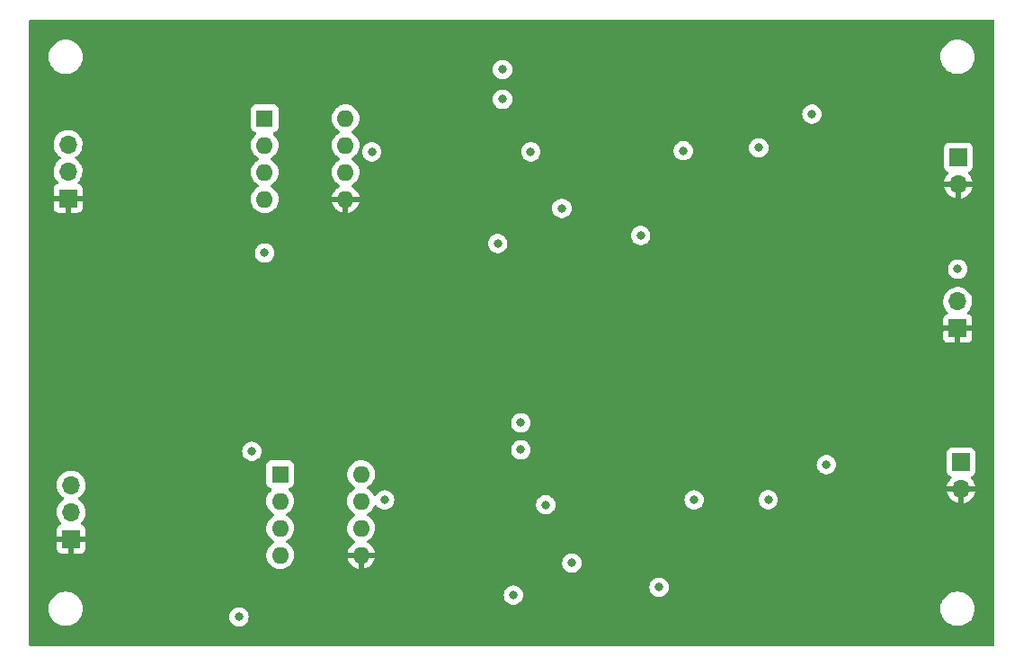
<source format=gbr>
%TF.GenerationSoftware,KiCad,Pcbnew,(6.99.0)*%
%TF.CreationDate,2022-07-26T17:29:38-07:00*%
%TF.ProjectId,eog-pcb-kicad,656f672d-7063-4622-9d6b-696361642e6b,rev?*%
%TF.SameCoordinates,Original*%
%TF.FileFunction,Copper,L2,Inr*%
%TF.FilePolarity,Positive*%
%FSLAX46Y46*%
G04 Gerber Fmt 4.6, Leading zero omitted, Abs format (unit mm)*
G04 Created by KiCad (PCBNEW (6.99.0)) date 2022-07-26 17:29:38*
%MOMM*%
%LPD*%
G01*
G04 APERTURE LIST*
%TA.AperFunction,ComponentPad*%
%ADD10R,1.700000X1.700000*%
%TD*%
%TA.AperFunction,ComponentPad*%
%ADD11O,1.700000X1.700000*%
%TD*%
%TA.AperFunction,ComponentPad*%
%ADD12R,1.600000X1.600000*%
%TD*%
%TA.AperFunction,ComponentPad*%
%ADD13O,1.600000X1.600000*%
%TD*%
%TA.AperFunction,ViaPad*%
%ADD14C,0.800000*%
%TD*%
G04 APERTURE END LIST*
D10*
%TO.N,/AOUT_CH0*%
%TO.C,J3*%
X184143000Y-78331000D03*
D11*
%TO.N,GND*%
X184143000Y-80871000D03*
%TD*%
D10*
%TO.N,/AOUT_CH1*%
%TO.C,J6*%
X184406000Y-107043000D03*
D11*
%TO.N,GND*%
X184406000Y-109583000D03*
%TD*%
D12*
%TO.N,Net-(R19-Pad1)*%
%TO.C,U5*%
X120279000Y-108201000D03*
D13*
%TO.N,/IA_IN-_CH1*%
X120279000Y-110741000D03*
%TO.N,/IA_IN+_CH1*%
X120279000Y-113281000D03*
%TO.N,VDD_NEG_5V*%
X120279000Y-115821000D03*
%TO.N,GND*%
X127899000Y-115821000D03*
%TO.N,/IA_OUT_CH1*%
X127899000Y-113281000D03*
%TO.N,VDD*%
X127899000Y-110741000D03*
%TO.N,Net-(R19-Pad2)*%
X127899000Y-108201000D03*
%TD*%
D12*
%TO.N,Net-(R3-Pad1)*%
%TO.C,U2*%
X118818500Y-74673000D03*
D13*
%TO.N,/IA_IN-_CH0*%
X118818500Y-77213000D03*
%TO.N,/IA_IN+_CH0*%
X118818500Y-79753000D03*
%TO.N,VDD_NEG_5V*%
X118818500Y-82293000D03*
%TO.N,GND*%
X126438500Y-82293000D03*
%TO.N,/IA_OUT_CH0*%
X126438500Y-79753000D03*
%TO.N,VDD*%
X126438500Y-77213000D03*
%TO.N,Net-(R3-Pad2)*%
X126438500Y-74673000D03*
%TD*%
D10*
%TO.N,GND*%
%TO.C,J1*%
X100295000Y-82206000D03*
D11*
%TO.N,E1_CH0*%
X100295000Y-79666000D03*
%TO.N,E2_CH0*%
X100295000Y-77126000D03*
%TD*%
D10*
%TO.N,GND*%
%TO.C,J4*%
X100584000Y-114297500D03*
D11*
%TO.N,E1_CH1*%
X100584000Y-111757500D03*
%TO.N,E2_CH1*%
X100584000Y-109217500D03*
%TD*%
D10*
%TO.N,GND*%
%TO.C,J2*%
X184086500Y-94475000D03*
D11*
%TO.N,VDD*%
X184086500Y-91935000D03*
%TD*%
D14*
%TO.N,/LPF_IN+_CH1*%
X159258000Y-110617000D03*
%TO.N,/LPF_IN+_CH0*%
X158242000Y-77724000D03*
%TO.N,GND*%
X134366000Y-119634000D03*
X129400000Y-101079000D03*
%TO.N,VDD_NEG_5V*%
X142240000Y-119595500D03*
X154231000Y-85712000D03*
X118808500Y-87363000D03*
X155956000Y-118859000D03*
X140769000Y-86474000D03*
X116395500Y-121653000D03*
%TO.N,Net-(C14-Pad2)*%
X141215000Y-70091000D03*
X141215000Y-72885000D03*
%TO.N,VDD*%
X117602000Y-106045000D03*
X171717000Y-107302000D03*
X166243000Y-110604000D03*
X130111500Y-110617000D03*
X145288000Y-111086500D03*
X128905000Y-77838000D03*
X184086500Y-88887000D03*
X143881000Y-77825000D03*
X170360000Y-74282000D03*
X165344000Y-77444000D03*
%TO.N,Net-(C22-Pad2)*%
X142938500Y-105905000D03*
X142938500Y-103365000D03*
%TO.N,GND*%
X150867000Y-79235000D03*
X160264000Y-86334000D03*
X106172000Y-102870000D03*
X161163000Y-119900500D03*
X145405000Y-75729000D03*
X152019000Y-112636000D03*
X181927500Y-98031000D03*
X160391000Y-77444000D03*
X102171500Y-116954000D03*
X147751500Y-108839000D03*
X112204500Y-73774000D03*
X101780000Y-85458000D03*
X116078000Y-106045000D03*
X112712500Y-115684000D03*
X128905000Y-71869000D03*
X158315000Y-72289000D03*
X112839500Y-83045000D03*
X111061500Y-104508000D03*
X160413000Y-105136750D03*
X161544000Y-110604000D03*
%TO.N,/LPF_IN+_CH0*%
X146802000Y-83159000D03*
%TO.N,/LPF_IN+_CH1*%
X147745500Y-116573000D03*
%TD*%
%TA.AperFunction,Conductor*%
%TO.N,GND*%
G36*
X187509621Y-65412002D02*
G01*
X187556114Y-65465658D01*
X187567500Y-65518000D01*
X187567500Y-124250000D01*
X187547498Y-124318121D01*
X187493842Y-124364614D01*
X187441500Y-124376000D01*
X96709500Y-124376000D01*
X96641379Y-124355998D01*
X96594886Y-124302342D01*
X96583500Y-124250000D01*
X96583500Y-120884000D01*
X98462026Y-120884000D01*
X98481891Y-121136403D01*
X98540995Y-121382591D01*
X98542888Y-121387162D01*
X98542889Y-121387164D01*
X98577050Y-121469635D01*
X98637884Y-121616502D01*
X98770172Y-121832376D01*
X98934602Y-122024898D01*
X99127124Y-122189328D01*
X99342998Y-122321616D01*
X99347568Y-122323509D01*
X99347572Y-122323511D01*
X99572336Y-122416611D01*
X99576909Y-122418505D01*
X99661532Y-122438821D01*
X99818284Y-122476454D01*
X99818290Y-122476455D01*
X99823097Y-122477609D01*
X99922916Y-122485465D01*
X100009845Y-122492307D01*
X100009852Y-122492307D01*
X100012301Y-122492500D01*
X100138699Y-122492500D01*
X100141148Y-122492307D01*
X100141155Y-122492307D01*
X100228084Y-122485465D01*
X100327903Y-122477609D01*
X100332710Y-122476455D01*
X100332716Y-122476454D01*
X100489468Y-122438821D01*
X100574091Y-122418505D01*
X100578664Y-122416611D01*
X100803428Y-122323511D01*
X100803432Y-122323509D01*
X100808002Y-122321616D01*
X101023876Y-122189328D01*
X101216398Y-122024898D01*
X101380828Y-121832376D01*
X101490750Y-121653000D01*
X115481996Y-121653000D01*
X115501958Y-121842928D01*
X115560973Y-122024556D01*
X115656460Y-122189944D01*
X115784247Y-122331866D01*
X115883343Y-122403864D01*
X115905085Y-122419660D01*
X115938748Y-122444118D01*
X115944776Y-122446802D01*
X115944778Y-122446803D01*
X116047416Y-122492500D01*
X116113212Y-122521794D01*
X116206613Y-122541647D01*
X116293556Y-122560128D01*
X116293561Y-122560128D01*
X116300013Y-122561500D01*
X116490987Y-122561500D01*
X116497439Y-122560128D01*
X116497444Y-122560128D01*
X116584387Y-122541647D01*
X116677788Y-122521794D01*
X116743584Y-122492500D01*
X116846222Y-122446803D01*
X116846224Y-122446802D01*
X116852252Y-122444118D01*
X116885916Y-122419660D01*
X116907657Y-122403864D01*
X117006753Y-122331866D01*
X117134540Y-122189944D01*
X117230027Y-122024556D01*
X117289042Y-121842928D01*
X117309004Y-121653000D01*
X117308314Y-121646435D01*
X117289732Y-121469635D01*
X117289732Y-121469633D01*
X117289042Y-121463072D01*
X117230027Y-121281444D01*
X117134540Y-121116056D01*
X117006753Y-120974134D01*
X116882695Y-120884000D01*
X182462026Y-120884000D01*
X182481891Y-121136403D01*
X182540995Y-121382591D01*
X182542888Y-121387162D01*
X182542889Y-121387164D01*
X182577050Y-121469635D01*
X182637884Y-121616502D01*
X182770172Y-121832376D01*
X182934602Y-122024898D01*
X183127124Y-122189328D01*
X183342998Y-122321616D01*
X183347568Y-122323509D01*
X183347572Y-122323511D01*
X183572336Y-122416611D01*
X183576909Y-122418505D01*
X183661532Y-122438821D01*
X183818284Y-122476454D01*
X183818290Y-122476455D01*
X183823097Y-122477609D01*
X183922916Y-122485465D01*
X184009845Y-122492307D01*
X184009852Y-122492307D01*
X184012301Y-122492500D01*
X184138699Y-122492500D01*
X184141148Y-122492307D01*
X184141155Y-122492307D01*
X184228084Y-122485465D01*
X184327903Y-122477609D01*
X184332710Y-122476455D01*
X184332716Y-122476454D01*
X184489468Y-122438821D01*
X184574091Y-122418505D01*
X184578664Y-122416611D01*
X184803428Y-122323511D01*
X184803432Y-122323509D01*
X184808002Y-122321616D01*
X185023876Y-122189328D01*
X185216398Y-122024898D01*
X185380828Y-121832376D01*
X185513116Y-121616502D01*
X185573951Y-121469635D01*
X185608111Y-121387164D01*
X185608112Y-121387162D01*
X185610005Y-121382591D01*
X185669109Y-121136403D01*
X185688974Y-120884000D01*
X185669109Y-120631597D01*
X185610005Y-120385409D01*
X185564010Y-120274366D01*
X185515011Y-120156072D01*
X185515009Y-120156068D01*
X185513116Y-120151498D01*
X185380828Y-119935624D01*
X185216398Y-119743102D01*
X185023876Y-119578672D01*
X184808002Y-119446384D01*
X184803432Y-119444491D01*
X184803428Y-119444489D01*
X184578664Y-119351389D01*
X184578662Y-119351388D01*
X184574091Y-119349495D01*
X184489468Y-119329179D01*
X184332716Y-119291546D01*
X184332710Y-119291545D01*
X184327903Y-119290391D01*
X184228084Y-119282535D01*
X184141155Y-119275693D01*
X184141148Y-119275693D01*
X184138699Y-119275500D01*
X184012301Y-119275500D01*
X184009852Y-119275693D01*
X184009845Y-119275693D01*
X183922916Y-119282535D01*
X183823097Y-119290391D01*
X183818290Y-119291545D01*
X183818284Y-119291546D01*
X183661532Y-119329179D01*
X183576909Y-119349495D01*
X183572338Y-119351388D01*
X183572336Y-119351389D01*
X183347572Y-119444489D01*
X183347568Y-119444491D01*
X183342998Y-119446384D01*
X183127124Y-119578672D01*
X182934602Y-119743102D01*
X182770172Y-119935624D01*
X182637884Y-120151498D01*
X182635991Y-120156068D01*
X182635989Y-120156072D01*
X182586990Y-120274366D01*
X182540995Y-120385409D01*
X182481891Y-120631597D01*
X182462026Y-120884000D01*
X116882695Y-120884000D01*
X116852252Y-120861882D01*
X116846224Y-120859198D01*
X116846222Y-120859197D01*
X116683819Y-120786891D01*
X116683818Y-120786891D01*
X116677788Y-120784206D01*
X116584387Y-120764353D01*
X116497444Y-120745872D01*
X116497439Y-120745872D01*
X116490987Y-120744500D01*
X116300013Y-120744500D01*
X116293561Y-120745872D01*
X116293556Y-120745872D01*
X116206613Y-120764353D01*
X116113212Y-120784206D01*
X116107182Y-120786891D01*
X116107181Y-120786891D01*
X115944778Y-120859197D01*
X115944776Y-120859198D01*
X115938748Y-120861882D01*
X115784247Y-120974134D01*
X115656460Y-121116056D01*
X115560973Y-121281444D01*
X115501958Y-121463072D01*
X115501268Y-121469633D01*
X115501268Y-121469635D01*
X115482686Y-121646435D01*
X115481996Y-121653000D01*
X101490750Y-121653000D01*
X101513116Y-121616502D01*
X101573951Y-121469635D01*
X101608111Y-121387164D01*
X101608112Y-121387162D01*
X101610005Y-121382591D01*
X101669109Y-121136403D01*
X101688974Y-120884000D01*
X101669109Y-120631597D01*
X101610005Y-120385409D01*
X101564010Y-120274366D01*
X101515011Y-120156072D01*
X101515009Y-120156068D01*
X101513116Y-120151498D01*
X101380828Y-119935624D01*
X101216398Y-119743102D01*
X101043579Y-119595500D01*
X141326496Y-119595500D01*
X141327186Y-119602065D01*
X141344430Y-119766128D01*
X141346458Y-119785428D01*
X141405473Y-119967056D01*
X141500960Y-120132444D01*
X141505378Y-120137351D01*
X141505379Y-120137352D01*
X141518116Y-120151498D01*
X141628747Y-120274366D01*
X141783248Y-120386618D01*
X141789276Y-120389302D01*
X141789278Y-120389303D01*
X141951681Y-120461609D01*
X141957712Y-120464294D01*
X142051112Y-120484147D01*
X142138056Y-120502628D01*
X142138061Y-120502628D01*
X142144513Y-120504000D01*
X142335487Y-120504000D01*
X142341939Y-120502628D01*
X142341944Y-120502628D01*
X142428888Y-120484147D01*
X142522288Y-120464294D01*
X142528319Y-120461609D01*
X142690722Y-120389303D01*
X142690724Y-120389302D01*
X142696752Y-120386618D01*
X142851253Y-120274366D01*
X142961884Y-120151498D01*
X142974621Y-120137352D01*
X142974622Y-120137351D01*
X142979040Y-120132444D01*
X143074527Y-119967056D01*
X143133542Y-119785428D01*
X143135571Y-119766128D01*
X143152814Y-119602065D01*
X143153504Y-119595500D01*
X143147855Y-119541749D01*
X143134232Y-119412135D01*
X143134232Y-119412133D01*
X143133542Y-119405572D01*
X143074527Y-119223944D01*
X142979040Y-119058556D01*
X142851253Y-118916634D01*
X142771927Y-118859000D01*
X155042496Y-118859000D01*
X155043186Y-118865565D01*
X155048554Y-118916634D01*
X155062458Y-119048928D01*
X155121473Y-119230556D01*
X155216960Y-119395944D01*
X155344747Y-119537866D01*
X155499248Y-119650118D01*
X155505276Y-119652802D01*
X155505278Y-119652803D01*
X155667681Y-119725109D01*
X155673712Y-119727794D01*
X155763401Y-119746858D01*
X155854056Y-119766128D01*
X155854061Y-119766128D01*
X155860513Y-119767500D01*
X156051487Y-119767500D01*
X156057939Y-119766128D01*
X156057944Y-119766128D01*
X156148599Y-119746858D01*
X156238288Y-119727794D01*
X156244319Y-119725109D01*
X156406722Y-119652803D01*
X156406724Y-119652802D01*
X156412752Y-119650118D01*
X156567253Y-119537866D01*
X156695040Y-119395944D01*
X156790527Y-119230556D01*
X156849542Y-119048928D01*
X156863447Y-118916634D01*
X156868814Y-118865565D01*
X156869504Y-118859000D01*
X156864171Y-118808263D01*
X156850232Y-118675635D01*
X156850232Y-118675633D01*
X156849542Y-118669072D01*
X156790527Y-118487444D01*
X156695040Y-118322056D01*
X156567253Y-118180134D01*
X156412752Y-118067882D01*
X156406724Y-118065198D01*
X156406722Y-118065197D01*
X156244319Y-117992891D01*
X156244318Y-117992891D01*
X156238288Y-117990206D01*
X156144888Y-117970353D01*
X156057944Y-117951872D01*
X156057939Y-117951872D01*
X156051487Y-117950500D01*
X155860513Y-117950500D01*
X155854061Y-117951872D01*
X155854056Y-117951872D01*
X155767112Y-117970353D01*
X155673712Y-117990206D01*
X155667682Y-117992891D01*
X155667681Y-117992891D01*
X155505278Y-118065197D01*
X155505276Y-118065198D01*
X155499248Y-118067882D01*
X155344747Y-118180134D01*
X155216960Y-118322056D01*
X155121473Y-118487444D01*
X155062458Y-118669072D01*
X155061768Y-118675633D01*
X155061768Y-118675635D01*
X155047829Y-118808263D01*
X155042496Y-118859000D01*
X142771927Y-118859000D01*
X142696752Y-118804382D01*
X142690724Y-118801698D01*
X142690722Y-118801697D01*
X142528319Y-118729391D01*
X142528318Y-118729391D01*
X142522288Y-118726706D01*
X142428888Y-118706853D01*
X142341944Y-118688372D01*
X142341939Y-118688372D01*
X142335487Y-118687000D01*
X142144513Y-118687000D01*
X142138061Y-118688372D01*
X142138056Y-118688372D01*
X142051112Y-118706853D01*
X141957712Y-118726706D01*
X141951682Y-118729391D01*
X141951681Y-118729391D01*
X141789278Y-118801697D01*
X141789276Y-118801698D01*
X141783248Y-118804382D01*
X141628747Y-118916634D01*
X141500960Y-119058556D01*
X141405473Y-119223944D01*
X141346458Y-119405572D01*
X141345768Y-119412133D01*
X141345768Y-119412135D01*
X141332145Y-119541749D01*
X141326496Y-119595500D01*
X101043579Y-119595500D01*
X101023876Y-119578672D01*
X100808002Y-119446384D01*
X100803432Y-119444491D01*
X100803428Y-119444489D01*
X100578664Y-119351389D01*
X100578662Y-119351388D01*
X100574091Y-119349495D01*
X100489468Y-119329179D01*
X100332716Y-119291546D01*
X100332710Y-119291545D01*
X100327903Y-119290391D01*
X100228084Y-119282535D01*
X100141155Y-119275693D01*
X100141148Y-119275693D01*
X100138699Y-119275500D01*
X100012301Y-119275500D01*
X100009852Y-119275693D01*
X100009845Y-119275693D01*
X99922916Y-119282535D01*
X99823097Y-119290391D01*
X99818290Y-119291545D01*
X99818284Y-119291546D01*
X99661532Y-119329179D01*
X99576909Y-119349495D01*
X99572338Y-119351388D01*
X99572336Y-119351389D01*
X99347572Y-119444489D01*
X99347568Y-119444491D01*
X99342998Y-119446384D01*
X99127124Y-119578672D01*
X98934602Y-119743102D01*
X98770172Y-119935624D01*
X98637884Y-120151498D01*
X98635991Y-120156068D01*
X98635989Y-120156072D01*
X98586990Y-120274366D01*
X98540995Y-120385409D01*
X98481891Y-120631597D01*
X98462026Y-120884000D01*
X96583500Y-120884000D01*
X96583500Y-115821000D01*
X118965502Y-115821000D01*
X118985457Y-116049087D01*
X118986881Y-116054400D01*
X118986881Y-116054402D01*
X118996031Y-116088548D01*
X119044716Y-116270243D01*
X119047039Y-116275224D01*
X119047039Y-116275225D01*
X119139151Y-116472762D01*
X119139154Y-116472767D01*
X119141477Y-116477749D01*
X119272802Y-116665300D01*
X119434700Y-116827198D01*
X119439208Y-116830355D01*
X119439211Y-116830357D01*
X119517389Y-116885098D01*
X119622251Y-116958523D01*
X119627233Y-116960846D01*
X119627238Y-116960849D01*
X119823765Y-117052490D01*
X119829757Y-117055284D01*
X119835065Y-117056706D01*
X119835067Y-117056707D01*
X120045598Y-117113119D01*
X120045600Y-117113119D01*
X120050913Y-117114543D01*
X120279000Y-117134498D01*
X120507087Y-117114543D01*
X120512400Y-117113119D01*
X120512402Y-117113119D01*
X120722933Y-117056707D01*
X120722935Y-117056706D01*
X120728243Y-117055284D01*
X120734235Y-117052490D01*
X120930762Y-116960849D01*
X120930767Y-116960846D01*
X120935749Y-116958523D01*
X121040611Y-116885098D01*
X121118789Y-116830357D01*
X121118792Y-116830355D01*
X121123300Y-116827198D01*
X121285198Y-116665300D01*
X121416523Y-116477749D01*
X121418846Y-116472767D01*
X121418849Y-116472762D01*
X121510961Y-116275225D01*
X121510961Y-116275224D01*
X121513284Y-116270243D01*
X121561970Y-116088548D01*
X121562245Y-116087522D01*
X126616273Y-116087522D01*
X126663764Y-116264761D01*
X126667510Y-116275053D01*
X126759586Y-116472511D01*
X126765069Y-116482007D01*
X126890028Y-116660467D01*
X126897084Y-116668875D01*
X127051125Y-116822916D01*
X127059533Y-116829972D01*
X127237993Y-116954931D01*
X127247489Y-116960414D01*
X127444947Y-117052490D01*
X127455239Y-117056236D01*
X127627503Y-117102394D01*
X127641599Y-117102058D01*
X127645000Y-117094116D01*
X127645000Y-117088967D01*
X128153000Y-117088967D01*
X128156973Y-117102498D01*
X128165522Y-117103727D01*
X128342761Y-117056236D01*
X128353053Y-117052490D01*
X128550511Y-116960414D01*
X128560007Y-116954931D01*
X128738467Y-116829972D01*
X128746875Y-116822916D01*
X128900916Y-116668875D01*
X128907972Y-116660467D01*
X128969217Y-116573000D01*
X146831996Y-116573000D01*
X146832686Y-116579565D01*
X146842107Y-116669197D01*
X146851958Y-116762928D01*
X146910973Y-116944556D01*
X146914276Y-116950278D01*
X146914277Y-116950279D01*
X146920380Y-116960849D01*
X147006460Y-117109944D01*
X147134247Y-117251866D01*
X147288748Y-117364118D01*
X147294776Y-117366802D01*
X147294778Y-117366803D01*
X147457181Y-117439109D01*
X147463212Y-117441794D01*
X147556612Y-117461647D01*
X147643556Y-117480128D01*
X147643561Y-117480128D01*
X147650013Y-117481500D01*
X147840987Y-117481500D01*
X147847439Y-117480128D01*
X147847444Y-117480128D01*
X147934388Y-117461647D01*
X148027788Y-117441794D01*
X148033819Y-117439109D01*
X148196222Y-117366803D01*
X148196224Y-117366802D01*
X148202252Y-117364118D01*
X148356753Y-117251866D01*
X148484540Y-117109944D01*
X148570620Y-116960849D01*
X148576723Y-116950279D01*
X148576724Y-116950278D01*
X148580027Y-116944556D01*
X148639042Y-116762928D01*
X148648894Y-116669197D01*
X148658314Y-116579565D01*
X148659004Y-116573000D01*
X148639042Y-116383072D01*
X148580027Y-116201444D01*
X148484540Y-116036056D01*
X148356753Y-115894134D01*
X148202252Y-115781882D01*
X148196224Y-115779198D01*
X148196222Y-115779197D01*
X148033819Y-115706891D01*
X148033818Y-115706891D01*
X148027788Y-115704206D01*
X147934387Y-115684353D01*
X147847444Y-115665872D01*
X147847439Y-115665872D01*
X147840987Y-115664500D01*
X147650013Y-115664500D01*
X147643561Y-115665872D01*
X147643556Y-115665872D01*
X147556613Y-115684353D01*
X147463212Y-115704206D01*
X147457182Y-115706891D01*
X147457181Y-115706891D01*
X147294778Y-115779197D01*
X147294776Y-115779198D01*
X147288748Y-115781882D01*
X147134247Y-115894134D01*
X147006460Y-116036056D01*
X146910973Y-116201444D01*
X146851958Y-116383072D01*
X146831996Y-116573000D01*
X128969217Y-116573000D01*
X129032931Y-116482007D01*
X129038414Y-116472511D01*
X129130490Y-116275053D01*
X129134236Y-116264761D01*
X129180394Y-116092497D01*
X129180058Y-116078401D01*
X129172116Y-116075000D01*
X128171115Y-116075000D01*
X128155876Y-116079475D01*
X128154671Y-116080865D01*
X128153000Y-116088548D01*
X128153000Y-117088967D01*
X127645000Y-117088967D01*
X127645000Y-116093115D01*
X127640525Y-116077876D01*
X127639135Y-116076671D01*
X127631452Y-116075000D01*
X126631033Y-116075000D01*
X126617502Y-116078973D01*
X126616273Y-116087522D01*
X121562245Y-116087522D01*
X121571119Y-116054402D01*
X121571119Y-116054400D01*
X121572543Y-116049087D01*
X121592498Y-115821000D01*
X121572543Y-115592913D01*
X121560911Y-115549503D01*
X121514707Y-115377067D01*
X121514706Y-115377065D01*
X121513284Y-115371757D01*
X121463552Y-115265106D01*
X121418849Y-115169238D01*
X121418846Y-115169233D01*
X121416523Y-115164251D01*
X121285198Y-114976700D01*
X121123300Y-114814802D01*
X121118792Y-114811645D01*
X121118789Y-114811643D01*
X121040611Y-114756902D01*
X120935749Y-114683477D01*
X120930767Y-114681154D01*
X120930762Y-114681151D01*
X120896543Y-114665195D01*
X120843258Y-114618278D01*
X120823797Y-114550001D01*
X120844339Y-114482041D01*
X120896543Y-114436805D01*
X120930762Y-114420849D01*
X120930767Y-114420846D01*
X120935749Y-114418523D01*
X121040611Y-114345098D01*
X121118789Y-114290357D01*
X121118792Y-114290355D01*
X121123300Y-114287198D01*
X121285198Y-114125300D01*
X121416523Y-113937749D01*
X121418846Y-113932767D01*
X121418849Y-113932762D01*
X121510961Y-113735225D01*
X121510961Y-113735224D01*
X121513284Y-113730243D01*
X121572543Y-113509087D01*
X121592498Y-113281000D01*
X126585502Y-113281000D01*
X126605457Y-113509087D01*
X126664716Y-113730243D01*
X126667039Y-113735224D01*
X126667039Y-113735225D01*
X126759151Y-113932762D01*
X126759154Y-113932767D01*
X126761477Y-113937749D01*
X126892802Y-114125300D01*
X127054700Y-114287198D01*
X127059208Y-114290355D01*
X127059211Y-114290357D01*
X127137389Y-114345098D01*
X127242251Y-114418523D01*
X127247233Y-114420846D01*
X127247238Y-114420849D01*
X127282049Y-114437081D01*
X127335334Y-114483998D01*
X127354795Y-114552275D01*
X127334253Y-114620235D01*
X127282049Y-114665471D01*
X127247489Y-114681586D01*
X127237993Y-114687069D01*
X127059533Y-114812028D01*
X127051125Y-114819084D01*
X126897084Y-114973125D01*
X126890028Y-114981533D01*
X126765069Y-115159993D01*
X126759586Y-115169489D01*
X126667510Y-115366947D01*
X126663764Y-115377239D01*
X126617606Y-115549503D01*
X126617942Y-115563599D01*
X126625884Y-115567000D01*
X129166967Y-115567000D01*
X129180498Y-115563027D01*
X129181727Y-115554478D01*
X129134236Y-115377239D01*
X129130490Y-115366947D01*
X129038414Y-115169489D01*
X129032931Y-115159993D01*
X128907972Y-114981533D01*
X128900916Y-114973125D01*
X128746875Y-114819084D01*
X128738467Y-114812028D01*
X128560007Y-114687069D01*
X128550511Y-114681586D01*
X128515951Y-114665471D01*
X128462666Y-114618554D01*
X128443205Y-114550277D01*
X128463747Y-114482317D01*
X128515951Y-114437081D01*
X128550762Y-114420849D01*
X128550767Y-114420846D01*
X128555749Y-114418523D01*
X128660611Y-114345098D01*
X128738789Y-114290357D01*
X128738792Y-114290355D01*
X128743300Y-114287198D01*
X128905198Y-114125300D01*
X129036523Y-113937749D01*
X129038846Y-113932767D01*
X129038849Y-113932762D01*
X129130961Y-113735225D01*
X129130961Y-113735224D01*
X129133284Y-113730243D01*
X129192543Y-113509087D01*
X129212498Y-113281000D01*
X129192543Y-113052913D01*
X129179092Y-113002714D01*
X129134707Y-112837067D01*
X129134706Y-112837065D01*
X129133284Y-112831757D01*
X129090057Y-112739056D01*
X129038849Y-112629238D01*
X129038846Y-112629233D01*
X129036523Y-112624251D01*
X128921217Y-112459577D01*
X128908357Y-112441211D01*
X128908355Y-112441208D01*
X128905198Y-112436700D01*
X128743300Y-112274802D01*
X128738792Y-112271645D01*
X128738789Y-112271643D01*
X128660611Y-112216902D01*
X128555749Y-112143477D01*
X128550767Y-112141154D01*
X128550762Y-112141151D01*
X128516543Y-112125195D01*
X128463258Y-112078278D01*
X128443797Y-112010001D01*
X128464339Y-111942041D01*
X128516543Y-111896805D01*
X128550762Y-111880849D01*
X128550767Y-111880846D01*
X128555749Y-111878523D01*
X128711808Y-111769249D01*
X128738789Y-111750357D01*
X128738792Y-111750355D01*
X128743300Y-111747198D01*
X128905198Y-111585300D01*
X129036523Y-111397749D01*
X129038846Y-111392767D01*
X129038849Y-111392762D01*
X129130961Y-111195225D01*
X129130961Y-111195224D01*
X129133284Y-111190243D01*
X129137012Y-111176331D01*
X129173961Y-111115708D01*
X129237820Y-111084684D01*
X129308315Y-111093110D01*
X129363063Y-111138311D01*
X129367836Y-111145936D01*
X129369156Y-111148223D01*
X129369161Y-111148230D01*
X129372460Y-111153944D01*
X129376878Y-111158851D01*
X129376879Y-111158852D01*
X129482745Y-111276428D01*
X129500247Y-111295866D01*
X129599343Y-111367864D01*
X129640551Y-111397803D01*
X129654748Y-111408118D01*
X129660776Y-111410802D01*
X129660778Y-111410803D01*
X129800013Y-111472794D01*
X129829212Y-111485794D01*
X129922612Y-111505647D01*
X130009556Y-111524128D01*
X130009561Y-111524128D01*
X130016013Y-111525500D01*
X130206987Y-111525500D01*
X130213439Y-111524128D01*
X130213444Y-111524128D01*
X130300388Y-111505647D01*
X130393788Y-111485794D01*
X130422987Y-111472794D01*
X130562222Y-111410803D01*
X130562224Y-111410802D01*
X130568252Y-111408118D01*
X130582450Y-111397803D01*
X130623657Y-111367864D01*
X130722753Y-111295866D01*
X130740255Y-111276428D01*
X130846121Y-111158852D01*
X130846122Y-111158851D01*
X130850540Y-111153944D01*
X130889479Y-111086500D01*
X144374496Y-111086500D01*
X144375186Y-111093065D01*
X144384842Y-111184933D01*
X144394458Y-111276428D01*
X144453473Y-111458056D01*
X144456776Y-111463778D01*
X144456777Y-111463779D01*
X144481850Y-111507207D01*
X144548960Y-111623444D01*
X144553378Y-111628351D01*
X144553379Y-111628352D01*
X144660388Y-111747198D01*
X144676747Y-111765366D01*
X144831248Y-111877618D01*
X144837276Y-111880302D01*
X144837278Y-111880303D01*
X144987566Y-111947215D01*
X145005712Y-111955294D01*
X145099112Y-111975147D01*
X145186056Y-111993628D01*
X145186061Y-111993628D01*
X145192513Y-111995000D01*
X145383487Y-111995000D01*
X145389939Y-111993628D01*
X145389944Y-111993628D01*
X145476888Y-111975147D01*
X145570288Y-111955294D01*
X145588434Y-111947215D01*
X145738722Y-111880303D01*
X145738724Y-111880302D01*
X145744752Y-111877618D01*
X145899253Y-111765366D01*
X145915612Y-111747198D01*
X146022621Y-111628352D01*
X146022622Y-111628351D01*
X146027040Y-111623444D01*
X146094150Y-111507207D01*
X146119223Y-111463779D01*
X146119224Y-111463778D01*
X146122527Y-111458056D01*
X146181542Y-111276428D01*
X146191159Y-111184933D01*
X146200814Y-111093065D01*
X146201504Y-111086500D01*
X146190445Y-110981279D01*
X146182232Y-110903135D01*
X146182232Y-110903133D01*
X146181542Y-110896572D01*
X146122527Y-110714944D01*
X146065979Y-110617000D01*
X158344496Y-110617000D01*
X158345186Y-110623565D01*
X158363092Y-110793928D01*
X158364458Y-110806928D01*
X158423473Y-110988556D01*
X158518960Y-111153944D01*
X158523378Y-111158851D01*
X158523379Y-111158852D01*
X158629245Y-111276428D01*
X158646747Y-111295866D01*
X158745843Y-111367864D01*
X158787051Y-111397803D01*
X158801248Y-111408118D01*
X158807276Y-111410802D01*
X158807278Y-111410803D01*
X158946513Y-111472794D01*
X158975712Y-111485794D01*
X159069112Y-111505647D01*
X159156056Y-111524128D01*
X159156061Y-111524128D01*
X159162513Y-111525500D01*
X159353487Y-111525500D01*
X159359939Y-111524128D01*
X159359944Y-111524128D01*
X159446888Y-111505647D01*
X159540288Y-111485794D01*
X159569487Y-111472794D01*
X159708722Y-111410803D01*
X159708724Y-111410802D01*
X159714752Y-111408118D01*
X159728950Y-111397803D01*
X159770157Y-111367864D01*
X159869253Y-111295866D01*
X159886755Y-111276428D01*
X159992621Y-111158852D01*
X159992622Y-111158851D01*
X159997040Y-111153944D01*
X160092527Y-110988556D01*
X160151542Y-110806928D01*
X160152909Y-110793928D01*
X160170814Y-110623565D01*
X160171504Y-110617000D01*
X160170138Y-110604000D01*
X165329496Y-110604000D01*
X165330186Y-110610565D01*
X165344471Y-110746475D01*
X165349458Y-110793928D01*
X165408473Y-110975556D01*
X165411776Y-110981278D01*
X165411777Y-110981279D01*
X165419283Y-110994279D01*
X165503960Y-111140944D01*
X165631747Y-111282866D01*
X165786248Y-111395118D01*
X165792276Y-111397802D01*
X165792278Y-111397803D01*
X165954681Y-111470109D01*
X165960712Y-111472794D01*
X166028327Y-111487166D01*
X166141056Y-111511128D01*
X166141061Y-111511128D01*
X166147513Y-111512500D01*
X166338487Y-111512500D01*
X166344939Y-111511128D01*
X166344944Y-111511128D01*
X166457673Y-111487166D01*
X166525288Y-111472794D01*
X166531319Y-111470109D01*
X166693722Y-111397803D01*
X166693724Y-111397802D01*
X166699752Y-111395118D01*
X166854253Y-111282866D01*
X166982040Y-111140944D01*
X167066717Y-110994279D01*
X167074223Y-110981279D01*
X167074224Y-110981278D01*
X167077527Y-110975556D01*
X167136542Y-110793928D01*
X167141530Y-110746475D01*
X167155814Y-110610565D01*
X167156504Y-110604000D01*
X167150266Y-110544648D01*
X167137232Y-110420635D01*
X167137232Y-110420633D01*
X167136542Y-110414072D01*
X167077527Y-110232444D01*
X166982040Y-110067056D01*
X166854253Y-109925134D01*
X166752170Y-109850966D01*
X183074257Y-109850966D01*
X183104565Y-109985446D01*
X183107645Y-109995275D01*
X183187770Y-110192603D01*
X183192413Y-110201794D01*
X183303694Y-110383388D01*
X183309777Y-110391699D01*
X183449213Y-110552667D01*
X183456580Y-110559883D01*
X183620434Y-110695916D01*
X183628881Y-110701831D01*
X183812756Y-110809279D01*
X183822042Y-110813729D01*
X184021001Y-110889703D01*
X184030899Y-110892579D01*
X184134250Y-110913606D01*
X184148299Y-110912410D01*
X184152000Y-110902065D01*
X184152000Y-110901517D01*
X184660000Y-110901517D01*
X184664064Y-110915359D01*
X184677478Y-110917393D01*
X184684184Y-110916534D01*
X184694262Y-110914392D01*
X184898255Y-110853191D01*
X184907842Y-110849433D01*
X185099095Y-110755739D01*
X185107945Y-110750464D01*
X185281328Y-110626792D01*
X185289200Y-110620139D01*
X185440052Y-110469812D01*
X185446730Y-110461965D01*
X185571003Y-110289020D01*
X185576313Y-110280183D01*
X185670670Y-110089267D01*
X185674469Y-110079672D01*
X185736377Y-109875910D01*
X185738555Y-109865837D01*
X185739986Y-109854962D01*
X185737775Y-109840778D01*
X185724617Y-109837000D01*
X184678115Y-109837000D01*
X184662876Y-109841475D01*
X184661671Y-109842865D01*
X184660000Y-109850548D01*
X184660000Y-110901517D01*
X184152000Y-110901517D01*
X184152000Y-109855115D01*
X184147525Y-109839876D01*
X184146135Y-109838671D01*
X184138452Y-109837000D01*
X183089225Y-109837000D01*
X183075694Y-109840973D01*
X183074257Y-109850966D01*
X166752170Y-109850966D01*
X166735247Y-109838671D01*
X166705094Y-109816763D01*
X166705093Y-109816762D01*
X166699752Y-109812882D01*
X166693724Y-109810198D01*
X166693722Y-109810197D01*
X166531319Y-109737891D01*
X166531318Y-109737891D01*
X166525288Y-109735206D01*
X166406102Y-109709872D01*
X166344944Y-109696872D01*
X166344939Y-109696872D01*
X166338487Y-109695500D01*
X166147513Y-109695500D01*
X166141061Y-109696872D01*
X166141056Y-109696872D01*
X166079898Y-109709872D01*
X165960712Y-109735206D01*
X165954682Y-109737891D01*
X165954681Y-109737891D01*
X165792278Y-109810197D01*
X165792276Y-109810198D01*
X165786248Y-109812882D01*
X165780907Y-109816762D01*
X165780906Y-109816763D01*
X165750753Y-109838671D01*
X165631747Y-109925134D01*
X165503960Y-110067056D01*
X165408473Y-110232444D01*
X165349458Y-110414072D01*
X165348768Y-110420633D01*
X165348768Y-110420635D01*
X165335734Y-110544648D01*
X165329496Y-110604000D01*
X160170138Y-110604000D01*
X160164742Y-110552667D01*
X160152232Y-110433635D01*
X160152232Y-110433633D01*
X160151542Y-110427072D01*
X160092527Y-110245444D01*
X160085022Y-110232444D01*
X160011232Y-110104637D01*
X159997040Y-110080056D01*
X159869253Y-109938134D01*
X159734013Y-109839876D01*
X159720094Y-109829763D01*
X159720093Y-109829762D01*
X159714752Y-109825882D01*
X159708724Y-109823198D01*
X159708722Y-109823197D01*
X159546319Y-109750891D01*
X159546318Y-109750891D01*
X159540288Y-109748206D01*
X159440400Y-109726974D01*
X159359944Y-109709872D01*
X159359939Y-109709872D01*
X159353487Y-109708500D01*
X159162513Y-109708500D01*
X159156061Y-109709872D01*
X159156056Y-109709872D01*
X159075600Y-109726974D01*
X158975712Y-109748206D01*
X158969682Y-109750891D01*
X158969681Y-109750891D01*
X158807278Y-109823197D01*
X158807276Y-109823198D01*
X158801248Y-109825882D01*
X158795907Y-109829762D01*
X158795906Y-109829763D01*
X158781987Y-109839876D01*
X158646747Y-109938134D01*
X158518960Y-110080056D01*
X158504768Y-110104637D01*
X158430979Y-110232444D01*
X158423473Y-110245444D01*
X158364458Y-110427072D01*
X158363768Y-110433633D01*
X158363768Y-110433635D01*
X158351258Y-110552667D01*
X158344496Y-110617000D01*
X146065979Y-110617000D01*
X146027040Y-110549556D01*
X145934553Y-110446838D01*
X145903675Y-110412545D01*
X145903674Y-110412544D01*
X145899253Y-110407634D01*
X145744752Y-110295382D01*
X145738724Y-110292698D01*
X145738722Y-110292697D01*
X145576319Y-110220391D01*
X145576318Y-110220391D01*
X145570288Y-110217706D01*
X145459697Y-110194199D01*
X145389944Y-110179372D01*
X145389939Y-110179372D01*
X145383487Y-110178000D01*
X145192513Y-110178000D01*
X145186061Y-110179372D01*
X145186056Y-110179372D01*
X145116303Y-110194199D01*
X145005712Y-110217706D01*
X144999682Y-110220391D01*
X144999681Y-110220391D01*
X144837278Y-110292697D01*
X144837276Y-110292698D01*
X144831248Y-110295382D01*
X144676747Y-110407634D01*
X144672326Y-110412544D01*
X144672325Y-110412545D01*
X144641448Y-110446838D01*
X144548960Y-110549556D01*
X144453473Y-110714944D01*
X144394458Y-110896572D01*
X144393768Y-110903133D01*
X144393768Y-110903135D01*
X144385555Y-110981279D01*
X144374496Y-111086500D01*
X130889479Y-111086500D01*
X130946027Y-110988556D01*
X131005042Y-110806928D01*
X131006409Y-110793928D01*
X131024314Y-110623565D01*
X131025004Y-110617000D01*
X131018242Y-110552667D01*
X131005732Y-110433635D01*
X131005732Y-110433633D01*
X131005042Y-110427072D01*
X130946027Y-110245444D01*
X130938522Y-110232444D01*
X130864732Y-110104637D01*
X130850540Y-110080056D01*
X130722753Y-109938134D01*
X130587513Y-109839876D01*
X130573594Y-109829763D01*
X130573593Y-109829762D01*
X130568252Y-109825882D01*
X130562224Y-109823198D01*
X130562222Y-109823197D01*
X130399819Y-109750891D01*
X130399818Y-109750891D01*
X130393788Y-109748206D01*
X130293900Y-109726974D01*
X130213444Y-109709872D01*
X130213439Y-109709872D01*
X130206987Y-109708500D01*
X130016013Y-109708500D01*
X130009561Y-109709872D01*
X130009556Y-109709872D01*
X129929100Y-109726974D01*
X129829212Y-109748206D01*
X129823182Y-109750891D01*
X129823181Y-109750891D01*
X129660778Y-109823197D01*
X129660776Y-109823198D01*
X129654748Y-109825882D01*
X129649407Y-109829762D01*
X129649406Y-109829763D01*
X129635487Y-109839876D01*
X129500247Y-109938134D01*
X129372460Y-110080056D01*
X129306559Y-110194200D01*
X129255178Y-110243192D01*
X129185464Y-110256629D01*
X129119553Y-110230242D01*
X129083246Y-110184449D01*
X129038849Y-110089238D01*
X129038846Y-110089233D01*
X129036523Y-110084251D01*
X128937649Y-109943045D01*
X128908357Y-109901211D01*
X128908355Y-109901208D01*
X128905198Y-109896700D01*
X128743300Y-109734802D01*
X128738792Y-109731645D01*
X128738789Y-109731643D01*
X128660611Y-109676902D01*
X128555749Y-109603477D01*
X128550767Y-109601154D01*
X128550762Y-109601151D01*
X128516543Y-109585195D01*
X128463258Y-109538278D01*
X128443797Y-109470001D01*
X128464339Y-109402041D01*
X128516543Y-109356805D01*
X128550762Y-109340849D01*
X128550767Y-109340846D01*
X128555749Y-109338523D01*
X128723782Y-109220865D01*
X128738789Y-109210357D01*
X128738792Y-109210355D01*
X128743300Y-109207198D01*
X128905198Y-109045300D01*
X129036523Y-108857749D01*
X129038846Y-108852767D01*
X129038849Y-108852762D01*
X129130961Y-108655225D01*
X129130961Y-108655224D01*
X129133284Y-108650243D01*
X129152618Y-108578090D01*
X129191119Y-108434402D01*
X129191119Y-108434400D01*
X129192543Y-108429087D01*
X129212498Y-108201000D01*
X129192543Y-107972913D01*
X129173353Y-107901295D01*
X129134707Y-107757067D01*
X129134706Y-107757065D01*
X129133284Y-107751757D01*
X129093888Y-107667271D01*
X129038849Y-107549238D01*
X129038846Y-107549233D01*
X129036523Y-107544251D01*
X128905198Y-107356700D01*
X128850498Y-107302000D01*
X170803496Y-107302000D01*
X170804186Y-107308565D01*
X170808836Y-107352803D01*
X170823458Y-107491928D01*
X170882473Y-107673556D01*
X170977960Y-107838944D01*
X170982378Y-107843851D01*
X170982379Y-107843852D01*
X171069972Y-107941134D01*
X171105747Y-107980866D01*
X171204843Y-108052864D01*
X171241644Y-108079601D01*
X171260248Y-108093118D01*
X171266276Y-108095802D01*
X171266278Y-108095803D01*
X171428681Y-108168109D01*
X171434712Y-108170794D01*
X171528112Y-108190647D01*
X171615056Y-108209128D01*
X171615061Y-108209128D01*
X171621513Y-108210500D01*
X171812487Y-108210500D01*
X171818939Y-108209128D01*
X171818944Y-108209128D01*
X171905888Y-108190647D01*
X171999288Y-108170794D01*
X172005319Y-108168109D01*
X172167722Y-108095803D01*
X172167724Y-108095802D01*
X172173752Y-108093118D01*
X172192357Y-108079601D01*
X172229157Y-108052864D01*
X172328253Y-107980866D01*
X172364028Y-107941134D01*
X183047500Y-107941134D01*
X183054255Y-108003316D01*
X183105385Y-108139705D01*
X183192739Y-108256261D01*
X183309295Y-108343615D01*
X183317704Y-108346767D01*
X183317705Y-108346768D01*
X183426960Y-108387726D01*
X183483725Y-108430367D01*
X183508425Y-108496929D01*
X183493218Y-108566278D01*
X183473825Y-108592759D01*
X183350590Y-108721717D01*
X183344104Y-108729727D01*
X183224098Y-108905649D01*
X183219000Y-108914623D01*
X183129338Y-109107783D01*
X183125775Y-109117470D01*
X183070389Y-109317183D01*
X183071912Y-109325607D01*
X183084292Y-109329000D01*
X185724344Y-109329000D01*
X185737875Y-109325027D01*
X185739180Y-109315947D01*
X185697214Y-109148875D01*
X185693894Y-109139124D01*
X185608972Y-108943814D01*
X185604105Y-108934739D01*
X185488426Y-108755926D01*
X185482136Y-108747757D01*
X185338293Y-108589677D01*
X185307241Y-108525831D01*
X185315635Y-108455333D01*
X185360812Y-108400564D01*
X185387256Y-108386895D01*
X185494297Y-108346767D01*
X185502705Y-108343615D01*
X185619261Y-108256261D01*
X185706615Y-108139705D01*
X185757745Y-108003316D01*
X185764500Y-107941134D01*
X185764500Y-106144866D01*
X185757745Y-106082684D01*
X185706615Y-105946295D01*
X185619261Y-105829739D01*
X185502705Y-105742385D01*
X185366316Y-105691255D01*
X185304134Y-105684500D01*
X183507866Y-105684500D01*
X183445684Y-105691255D01*
X183309295Y-105742385D01*
X183192739Y-105829739D01*
X183105385Y-105946295D01*
X183054255Y-106082684D01*
X183047500Y-106144866D01*
X183047500Y-107941134D01*
X172364028Y-107941134D01*
X172451621Y-107843852D01*
X172451622Y-107843851D01*
X172456040Y-107838944D01*
X172551527Y-107673556D01*
X172610542Y-107491928D01*
X172625165Y-107352803D01*
X172629814Y-107308565D01*
X172630504Y-107302000D01*
X172618905Y-107191643D01*
X172611232Y-107118635D01*
X172611232Y-107118633D01*
X172610542Y-107112072D01*
X172551527Y-106930444D01*
X172538256Y-106907457D01*
X172461085Y-106773794D01*
X172456040Y-106765056D01*
X172418953Y-106723866D01*
X172332675Y-106628045D01*
X172332674Y-106628044D01*
X172328253Y-106623134D01*
X172173752Y-106510882D01*
X172167724Y-106508198D01*
X172167722Y-106508197D01*
X172005319Y-106435891D01*
X172005318Y-106435891D01*
X171999288Y-106433206D01*
X171891388Y-106410271D01*
X171818944Y-106394872D01*
X171818939Y-106394872D01*
X171812487Y-106393500D01*
X171621513Y-106393500D01*
X171615061Y-106394872D01*
X171615056Y-106394872D01*
X171542612Y-106410271D01*
X171434712Y-106433206D01*
X171428682Y-106435891D01*
X171428681Y-106435891D01*
X171266278Y-106508197D01*
X171266276Y-106508198D01*
X171260248Y-106510882D01*
X171105747Y-106623134D01*
X171101326Y-106628044D01*
X171101325Y-106628045D01*
X171015048Y-106723866D01*
X170977960Y-106765056D01*
X170972915Y-106773794D01*
X170895745Y-106907457D01*
X170882473Y-106930444D01*
X170823458Y-107112072D01*
X170822768Y-107118633D01*
X170822768Y-107118635D01*
X170815095Y-107191643D01*
X170803496Y-107302000D01*
X128850498Y-107302000D01*
X128743300Y-107194802D01*
X128738792Y-107191645D01*
X128738789Y-107191643D01*
X128660611Y-107136902D01*
X128555749Y-107063477D01*
X128550767Y-107061154D01*
X128550762Y-107061151D01*
X128353225Y-106969039D01*
X128353224Y-106969039D01*
X128348243Y-106966716D01*
X128342935Y-106965294D01*
X128342933Y-106965293D01*
X128132402Y-106908881D01*
X128132400Y-106908881D01*
X128127087Y-106907457D01*
X127899000Y-106887502D01*
X127670913Y-106907457D01*
X127665600Y-106908881D01*
X127665598Y-106908881D01*
X127455067Y-106965293D01*
X127455065Y-106965294D01*
X127449757Y-106966716D01*
X127444776Y-106969039D01*
X127444775Y-106969039D01*
X127247238Y-107061151D01*
X127247233Y-107061154D01*
X127242251Y-107063477D01*
X127137389Y-107136902D01*
X127059211Y-107191643D01*
X127059208Y-107191645D01*
X127054700Y-107194802D01*
X126892802Y-107356700D01*
X126761477Y-107544251D01*
X126759154Y-107549233D01*
X126759151Y-107549238D01*
X126704112Y-107667271D01*
X126664716Y-107751757D01*
X126663294Y-107757065D01*
X126663293Y-107757067D01*
X126624647Y-107901295D01*
X126605457Y-107972913D01*
X126585502Y-108201000D01*
X126605457Y-108429087D01*
X126606881Y-108434400D01*
X126606881Y-108434402D01*
X126645383Y-108578090D01*
X126664716Y-108650243D01*
X126667039Y-108655224D01*
X126667039Y-108655225D01*
X126759151Y-108852762D01*
X126759154Y-108852767D01*
X126761477Y-108857749D01*
X126892802Y-109045300D01*
X127054700Y-109207198D01*
X127059208Y-109210355D01*
X127059211Y-109210357D01*
X127074218Y-109220865D01*
X127242251Y-109338523D01*
X127247233Y-109340846D01*
X127247238Y-109340849D01*
X127281457Y-109356805D01*
X127334742Y-109403722D01*
X127354203Y-109471999D01*
X127333661Y-109539959D01*
X127281457Y-109585195D01*
X127247238Y-109601151D01*
X127247233Y-109601154D01*
X127242251Y-109603477D01*
X127137389Y-109676902D01*
X127059211Y-109731643D01*
X127059208Y-109731645D01*
X127054700Y-109734802D01*
X126892802Y-109896700D01*
X126889645Y-109901208D01*
X126889643Y-109901211D01*
X126860351Y-109943045D01*
X126761477Y-110084251D01*
X126759154Y-110089233D01*
X126759151Y-110089238D01*
X126687362Y-110243192D01*
X126664716Y-110291757D01*
X126663294Y-110297065D01*
X126663293Y-110297067D01*
X126608687Y-110500857D01*
X126605457Y-110512913D01*
X126585502Y-110741000D01*
X126605457Y-110969087D01*
X126606881Y-110974400D01*
X126606881Y-110974402D01*
X126660989Y-111176332D01*
X126664716Y-111190243D01*
X126667039Y-111195224D01*
X126667039Y-111195225D01*
X126759151Y-111392762D01*
X126759154Y-111392767D01*
X126761477Y-111397749D01*
X126892802Y-111585300D01*
X127054700Y-111747198D01*
X127059208Y-111750355D01*
X127059211Y-111750357D01*
X127086192Y-111769249D01*
X127242251Y-111878523D01*
X127247233Y-111880846D01*
X127247238Y-111880849D01*
X127281457Y-111896805D01*
X127334742Y-111943722D01*
X127354203Y-112011999D01*
X127333661Y-112079959D01*
X127281457Y-112125195D01*
X127247238Y-112141151D01*
X127247233Y-112141154D01*
X127242251Y-112143477D01*
X127137389Y-112216902D01*
X127059211Y-112271643D01*
X127059208Y-112271645D01*
X127054700Y-112274802D01*
X126892802Y-112436700D01*
X126889645Y-112441208D01*
X126889643Y-112441211D01*
X126876783Y-112459577D01*
X126761477Y-112624251D01*
X126759154Y-112629233D01*
X126759151Y-112629238D01*
X126707943Y-112739056D01*
X126664716Y-112831757D01*
X126663294Y-112837065D01*
X126663293Y-112837067D01*
X126618908Y-113002714D01*
X126605457Y-113052913D01*
X126585502Y-113281000D01*
X121592498Y-113281000D01*
X121572543Y-113052913D01*
X121559092Y-113002714D01*
X121514707Y-112837067D01*
X121514706Y-112837065D01*
X121513284Y-112831757D01*
X121470057Y-112739056D01*
X121418849Y-112629238D01*
X121418846Y-112629233D01*
X121416523Y-112624251D01*
X121301217Y-112459577D01*
X121288357Y-112441211D01*
X121288355Y-112441208D01*
X121285198Y-112436700D01*
X121123300Y-112274802D01*
X121118792Y-112271645D01*
X121118789Y-112271643D01*
X121040611Y-112216902D01*
X120935749Y-112143477D01*
X120930767Y-112141154D01*
X120930762Y-112141151D01*
X120896543Y-112125195D01*
X120843258Y-112078278D01*
X120823797Y-112010001D01*
X120844339Y-111942041D01*
X120896543Y-111896805D01*
X120930762Y-111880849D01*
X120930767Y-111880846D01*
X120935749Y-111878523D01*
X121091808Y-111769249D01*
X121118789Y-111750357D01*
X121118792Y-111750355D01*
X121123300Y-111747198D01*
X121285198Y-111585300D01*
X121416523Y-111397749D01*
X121418846Y-111392767D01*
X121418849Y-111392762D01*
X121510961Y-111195225D01*
X121510961Y-111195224D01*
X121513284Y-111190243D01*
X121517012Y-111176332D01*
X121571119Y-110974402D01*
X121571119Y-110974400D01*
X121572543Y-110969087D01*
X121592498Y-110741000D01*
X121572543Y-110512913D01*
X121569313Y-110500857D01*
X121514707Y-110297067D01*
X121514706Y-110297065D01*
X121513284Y-110291757D01*
X121490638Y-110243192D01*
X121418849Y-110089238D01*
X121418846Y-110089233D01*
X121416523Y-110084251D01*
X121317649Y-109943045D01*
X121288357Y-109901211D01*
X121288355Y-109901208D01*
X121285198Y-109896700D01*
X121123300Y-109734802D01*
X121118789Y-109731643D01*
X121114576Y-109728108D01*
X121115527Y-109726974D01*
X121075529Y-109676929D01*
X121068224Y-109606310D01*
X121100258Y-109542951D01*
X121161462Y-109506970D01*
X121178517Y-109503918D01*
X121189316Y-109502745D01*
X121325705Y-109451615D01*
X121442261Y-109364261D01*
X121529615Y-109247705D01*
X121580745Y-109111316D01*
X121587500Y-109049134D01*
X121587500Y-107352866D01*
X121580745Y-107290684D01*
X121529615Y-107154295D01*
X121442261Y-107037739D01*
X121325705Y-106950385D01*
X121189316Y-106899255D01*
X121127134Y-106892500D01*
X119430866Y-106892500D01*
X119368684Y-106899255D01*
X119232295Y-106950385D01*
X119115739Y-107037739D01*
X119028385Y-107154295D01*
X118977255Y-107290684D01*
X118970500Y-107352866D01*
X118970500Y-109049134D01*
X118977255Y-109111316D01*
X119028385Y-109247705D01*
X119115739Y-109364261D01*
X119232295Y-109451615D01*
X119368684Y-109502745D01*
X119379474Y-109503917D01*
X119381606Y-109504803D01*
X119384222Y-109505425D01*
X119384121Y-109505848D01*
X119445035Y-109531155D01*
X119485463Y-109589517D01*
X119487922Y-109660471D01*
X119451629Y-109721490D01*
X119442969Y-109728489D01*
X119439207Y-109731646D01*
X119434700Y-109734802D01*
X119272802Y-109896700D01*
X119269645Y-109901208D01*
X119269643Y-109901211D01*
X119240351Y-109943045D01*
X119141477Y-110084251D01*
X119139154Y-110089233D01*
X119139151Y-110089238D01*
X119067362Y-110243192D01*
X119044716Y-110291757D01*
X119043294Y-110297065D01*
X119043293Y-110297067D01*
X118988687Y-110500857D01*
X118985457Y-110512913D01*
X118965502Y-110741000D01*
X118985457Y-110969087D01*
X118986881Y-110974400D01*
X118986881Y-110974402D01*
X119040989Y-111176332D01*
X119044716Y-111190243D01*
X119047039Y-111195224D01*
X119047039Y-111195225D01*
X119139151Y-111392762D01*
X119139154Y-111392767D01*
X119141477Y-111397749D01*
X119272802Y-111585300D01*
X119434700Y-111747198D01*
X119439208Y-111750355D01*
X119439211Y-111750357D01*
X119466192Y-111769249D01*
X119622251Y-111878523D01*
X119627233Y-111880846D01*
X119627238Y-111880849D01*
X119661457Y-111896805D01*
X119714742Y-111943722D01*
X119734203Y-112011999D01*
X119713661Y-112079959D01*
X119661457Y-112125195D01*
X119627238Y-112141151D01*
X119627233Y-112141154D01*
X119622251Y-112143477D01*
X119517389Y-112216902D01*
X119439211Y-112271643D01*
X119439208Y-112271645D01*
X119434700Y-112274802D01*
X119272802Y-112436700D01*
X119269645Y-112441208D01*
X119269643Y-112441211D01*
X119256783Y-112459577D01*
X119141477Y-112624251D01*
X119139154Y-112629233D01*
X119139151Y-112629238D01*
X119087943Y-112739056D01*
X119044716Y-112831757D01*
X119043294Y-112837065D01*
X119043293Y-112837067D01*
X118998908Y-113002714D01*
X118985457Y-113052913D01*
X118965502Y-113281000D01*
X118985457Y-113509087D01*
X119044716Y-113730243D01*
X119047039Y-113735224D01*
X119047039Y-113735225D01*
X119139151Y-113932762D01*
X119139154Y-113932767D01*
X119141477Y-113937749D01*
X119272802Y-114125300D01*
X119434700Y-114287198D01*
X119439208Y-114290355D01*
X119439211Y-114290357D01*
X119517389Y-114345098D01*
X119622251Y-114418523D01*
X119627233Y-114420846D01*
X119627238Y-114420849D01*
X119661457Y-114436805D01*
X119714742Y-114483722D01*
X119734203Y-114551999D01*
X119713661Y-114619959D01*
X119661457Y-114665195D01*
X119627238Y-114681151D01*
X119627233Y-114681154D01*
X119622251Y-114683477D01*
X119517389Y-114756902D01*
X119439211Y-114811643D01*
X119439208Y-114811645D01*
X119434700Y-114814802D01*
X119272802Y-114976700D01*
X119141477Y-115164251D01*
X119139154Y-115169233D01*
X119139151Y-115169238D01*
X119094448Y-115265106D01*
X119044716Y-115371757D01*
X119043294Y-115377065D01*
X119043293Y-115377067D01*
X118997089Y-115549503D01*
X118985457Y-115592913D01*
X118965502Y-115821000D01*
X96583500Y-115821000D01*
X96583500Y-115192169D01*
X99226001Y-115192169D01*
X99226371Y-115198990D01*
X99231895Y-115249852D01*
X99235521Y-115265104D01*
X99280676Y-115385554D01*
X99289214Y-115401149D01*
X99365715Y-115503224D01*
X99378276Y-115515785D01*
X99480351Y-115592286D01*
X99495946Y-115600824D01*
X99616394Y-115645978D01*
X99631649Y-115649605D01*
X99682514Y-115655131D01*
X99689328Y-115655500D01*
X100311885Y-115655500D01*
X100327124Y-115651025D01*
X100328329Y-115649635D01*
X100330000Y-115641952D01*
X100330000Y-115637384D01*
X100838000Y-115637384D01*
X100842475Y-115652623D01*
X100843865Y-115653828D01*
X100851548Y-115655499D01*
X101478669Y-115655499D01*
X101485490Y-115655129D01*
X101536352Y-115649605D01*
X101551604Y-115645979D01*
X101672054Y-115600824D01*
X101687649Y-115592286D01*
X101789724Y-115515785D01*
X101802285Y-115503224D01*
X101878786Y-115401149D01*
X101887324Y-115385554D01*
X101932478Y-115265106D01*
X101936105Y-115249851D01*
X101941631Y-115198986D01*
X101942000Y-115192172D01*
X101942000Y-114569615D01*
X101937525Y-114554376D01*
X101936135Y-114553171D01*
X101928452Y-114551500D01*
X100856115Y-114551500D01*
X100840876Y-114555975D01*
X100839671Y-114557365D01*
X100838000Y-114565048D01*
X100838000Y-115637384D01*
X100330000Y-115637384D01*
X100330000Y-114569615D01*
X100325525Y-114554376D01*
X100324135Y-114553171D01*
X100316452Y-114551500D01*
X99244116Y-114551500D01*
X99228877Y-114555975D01*
X99227672Y-114557365D01*
X99226001Y-114565048D01*
X99226001Y-115192169D01*
X96583500Y-115192169D01*
X96583500Y-111724195D01*
X99221251Y-111724195D01*
X99221548Y-111729348D01*
X99221548Y-111729351D01*
X99227011Y-111824090D01*
X99234110Y-111947215D01*
X99235247Y-111952261D01*
X99235248Y-111952267D01*
X99248485Y-112011000D01*
X99283222Y-112165139D01*
X99367266Y-112372116D01*
X99483987Y-112562588D01*
X99630250Y-112731438D01*
X99634225Y-112734738D01*
X99634231Y-112734744D01*
X99639425Y-112739056D01*
X99679059Y-112797960D01*
X99680555Y-112868941D01*
X99643439Y-112929462D01*
X99603168Y-112953980D01*
X99495946Y-112994176D01*
X99480351Y-113002714D01*
X99378276Y-113079215D01*
X99365715Y-113091776D01*
X99289214Y-113193851D01*
X99280676Y-113209446D01*
X99235522Y-113329894D01*
X99231895Y-113345149D01*
X99226369Y-113396014D01*
X99226000Y-113402828D01*
X99226000Y-114025385D01*
X99230475Y-114040624D01*
X99231865Y-114041829D01*
X99239548Y-114043500D01*
X101923884Y-114043500D01*
X101939123Y-114039025D01*
X101940328Y-114037635D01*
X101941999Y-114029952D01*
X101941999Y-113402831D01*
X101941629Y-113396010D01*
X101936105Y-113345148D01*
X101932479Y-113329896D01*
X101887324Y-113209446D01*
X101878786Y-113193851D01*
X101802285Y-113091776D01*
X101789724Y-113079215D01*
X101687649Y-113002714D01*
X101672054Y-112994176D01*
X101561813Y-112952848D01*
X101505049Y-112910206D01*
X101480349Y-112843645D01*
X101495557Y-112774296D01*
X101517104Y-112745615D01*
X101618430Y-112644644D01*
X101618440Y-112644632D01*
X101622096Y-112640989D01*
X101634124Y-112624251D01*
X101749435Y-112463777D01*
X101752453Y-112459577D01*
X101763760Y-112436700D01*
X101849136Y-112263953D01*
X101849137Y-112263951D01*
X101851430Y-112259311D01*
X101892178Y-112125195D01*
X101914865Y-112050523D01*
X101914865Y-112050521D01*
X101916370Y-112045569D01*
X101945529Y-111824090D01*
X101947156Y-111757500D01*
X101928852Y-111534861D01*
X101874431Y-111318202D01*
X101785354Y-111113340D01*
X101699920Y-110981279D01*
X101666822Y-110930117D01*
X101666820Y-110930114D01*
X101664014Y-110925777D01*
X101513670Y-110760551D01*
X101509619Y-110757352D01*
X101509615Y-110757348D01*
X101342414Y-110625300D01*
X101342410Y-110625298D01*
X101338359Y-110622098D01*
X101297053Y-110599296D01*
X101247084Y-110548864D01*
X101232312Y-110479421D01*
X101257428Y-110413016D01*
X101284780Y-110386409D01*
X101328603Y-110355150D01*
X101463860Y-110258673D01*
X101470829Y-110251729D01*
X101618435Y-110104637D01*
X101622096Y-110100989D01*
X101634124Y-110084251D01*
X101749435Y-109923777D01*
X101752453Y-109919577D01*
X101763760Y-109896700D01*
X101847082Y-109728108D01*
X101851430Y-109719311D01*
X101892178Y-109585195D01*
X101914865Y-109510523D01*
X101914865Y-109510521D01*
X101916370Y-109505569D01*
X101945529Y-109284090D01*
X101945611Y-109280740D01*
X101947074Y-109220865D01*
X101947074Y-109220861D01*
X101947156Y-109217500D01*
X101928852Y-108994861D01*
X101874431Y-108778202D01*
X101785354Y-108573340D01*
X101745906Y-108512362D01*
X101666822Y-108390117D01*
X101666820Y-108390114D01*
X101664014Y-108385777D01*
X101513670Y-108220551D01*
X101509619Y-108217352D01*
X101509615Y-108217348D01*
X101342414Y-108085300D01*
X101342410Y-108085298D01*
X101338359Y-108082098D01*
X101142789Y-107974138D01*
X101137920Y-107972414D01*
X101137916Y-107972412D01*
X100937087Y-107901295D01*
X100937083Y-107901294D01*
X100932212Y-107899569D01*
X100927119Y-107898662D01*
X100927116Y-107898661D01*
X100717373Y-107861300D01*
X100717367Y-107861299D01*
X100712284Y-107860394D01*
X100638452Y-107859492D01*
X100494081Y-107857728D01*
X100494079Y-107857728D01*
X100488911Y-107857665D01*
X100268091Y-107891455D01*
X100055756Y-107960857D01*
X99857607Y-108064007D01*
X99853474Y-108067110D01*
X99853471Y-108067112D01*
X99683100Y-108195030D01*
X99678965Y-108198135D01*
X99524629Y-108359638D01*
X99521715Y-108363910D01*
X99521714Y-108363911D01*
X99505469Y-108387726D01*
X99398743Y-108544180D01*
X99304688Y-108746805D01*
X99244989Y-108962070D01*
X99221251Y-109184195D01*
X99221548Y-109189348D01*
X99221548Y-109189351D01*
X99229600Y-109329000D01*
X99234110Y-109407215D01*
X99235247Y-109412261D01*
X99235248Y-109412267D01*
X99248485Y-109471000D01*
X99283222Y-109625139D01*
X99329334Y-109738699D01*
X99364735Y-109825882D01*
X99367266Y-109832116D01*
X99372574Y-109840778D01*
X99467250Y-109995275D01*
X99483987Y-110022588D01*
X99630250Y-110191438D01*
X99802126Y-110334132D01*
X99872595Y-110375311D01*
X99875445Y-110376976D01*
X99924169Y-110428614D01*
X99937240Y-110498397D01*
X99910509Y-110564169D01*
X99870055Y-110597527D01*
X99857607Y-110604007D01*
X99853474Y-110607110D01*
X99853471Y-110607112D01*
X99683100Y-110735030D01*
X99678965Y-110738135D01*
X99524629Y-110899638D01*
X99521715Y-110903910D01*
X99521714Y-110903911D01*
X99513905Y-110915359D01*
X99398743Y-111084180D01*
X99304688Y-111286805D01*
X99244989Y-111502070D01*
X99221251Y-111724195D01*
X96583500Y-111724195D01*
X96583500Y-106045000D01*
X116688496Y-106045000D01*
X116708458Y-106234928D01*
X116767473Y-106416556D01*
X116770776Y-106422278D01*
X116770777Y-106422279D01*
X116782131Y-106441944D01*
X116862960Y-106581944D01*
X116867378Y-106586851D01*
X116867379Y-106586852D01*
X116968180Y-106698803D01*
X116990747Y-106723866D01*
X117145248Y-106836118D01*
X117151276Y-106838802D01*
X117151278Y-106838803D01*
X117308677Y-106908881D01*
X117319712Y-106913794D01*
X117398044Y-106930444D01*
X117500056Y-106952128D01*
X117500061Y-106952128D01*
X117506513Y-106953500D01*
X117697487Y-106953500D01*
X117703939Y-106952128D01*
X117703944Y-106952128D01*
X117805956Y-106930444D01*
X117884288Y-106913794D01*
X117895323Y-106908881D01*
X118052722Y-106838803D01*
X118052724Y-106838802D01*
X118058752Y-106836118D01*
X118213253Y-106723866D01*
X118235820Y-106698803D01*
X118336621Y-106586852D01*
X118336622Y-106586851D01*
X118341040Y-106581944D01*
X118421869Y-106441944D01*
X118433223Y-106422279D01*
X118433224Y-106422278D01*
X118436527Y-106416556D01*
X118495542Y-106234928D01*
X118515504Y-106045000D01*
X118500790Y-105905000D01*
X142024996Y-105905000D01*
X142044958Y-106094928D01*
X142103973Y-106276556D01*
X142199460Y-106441944D01*
X142327247Y-106583866D01*
X142481748Y-106696118D01*
X142487776Y-106698802D01*
X142487778Y-106698803D01*
X142625562Y-106760148D01*
X142656212Y-106773794D01*
X142749612Y-106793647D01*
X142836556Y-106812128D01*
X142836561Y-106812128D01*
X142843013Y-106813500D01*
X143033987Y-106813500D01*
X143040439Y-106812128D01*
X143040444Y-106812128D01*
X143127388Y-106793647D01*
X143220788Y-106773794D01*
X143251438Y-106760148D01*
X143389222Y-106698803D01*
X143389224Y-106698802D01*
X143395252Y-106696118D01*
X143549753Y-106583866D01*
X143677540Y-106441944D01*
X143773027Y-106276556D01*
X143832042Y-106094928D01*
X143852004Y-105905000D01*
X143846097Y-105848794D01*
X143832732Y-105721635D01*
X143832732Y-105721633D01*
X143832042Y-105715072D01*
X143773027Y-105533444D01*
X143761671Y-105513774D01*
X143680841Y-105373774D01*
X143677540Y-105368056D01*
X143574738Y-105253882D01*
X143554175Y-105231045D01*
X143554174Y-105231044D01*
X143549753Y-105226134D01*
X143395252Y-105113882D01*
X143389224Y-105111198D01*
X143389222Y-105111197D01*
X143226819Y-105038891D01*
X143226818Y-105038891D01*
X143220788Y-105036206D01*
X143127388Y-105016353D01*
X143040444Y-104997872D01*
X143040439Y-104997872D01*
X143033987Y-104996500D01*
X142843013Y-104996500D01*
X142836561Y-104997872D01*
X142836556Y-104997872D01*
X142749612Y-105016353D01*
X142656212Y-105036206D01*
X142650182Y-105038891D01*
X142650181Y-105038891D01*
X142487778Y-105111197D01*
X142487776Y-105111198D01*
X142481748Y-105113882D01*
X142327247Y-105226134D01*
X142322826Y-105231044D01*
X142322825Y-105231045D01*
X142302263Y-105253882D01*
X142199460Y-105368056D01*
X142196159Y-105373774D01*
X142115330Y-105513774D01*
X142103973Y-105533444D01*
X142044958Y-105715072D01*
X142044268Y-105721633D01*
X142044268Y-105721635D01*
X142030903Y-105848794D01*
X142024996Y-105905000D01*
X118500790Y-105905000D01*
X118495542Y-105855072D01*
X118436527Y-105673444D01*
X118341040Y-105508056D01*
X118213253Y-105366134D01*
X118058752Y-105253882D01*
X118052724Y-105251198D01*
X118052722Y-105251197D01*
X117890319Y-105178891D01*
X117890318Y-105178891D01*
X117884288Y-105176206D01*
X117790887Y-105156353D01*
X117703944Y-105137872D01*
X117703939Y-105137872D01*
X117697487Y-105136500D01*
X117506513Y-105136500D01*
X117500061Y-105137872D01*
X117500056Y-105137872D01*
X117413113Y-105156353D01*
X117319712Y-105176206D01*
X117313682Y-105178891D01*
X117313681Y-105178891D01*
X117151278Y-105251197D01*
X117151276Y-105251198D01*
X117145248Y-105253882D01*
X116990747Y-105366134D01*
X116862960Y-105508056D01*
X116767473Y-105673444D01*
X116708458Y-105855072D01*
X116688496Y-106045000D01*
X96583500Y-106045000D01*
X96583500Y-103365000D01*
X142024996Y-103365000D01*
X142044958Y-103554928D01*
X142103973Y-103736556D01*
X142199460Y-103901944D01*
X142327247Y-104043866D01*
X142481748Y-104156118D01*
X142487776Y-104158802D01*
X142487778Y-104158803D01*
X142650181Y-104231109D01*
X142656212Y-104233794D01*
X142749613Y-104253647D01*
X142836556Y-104272128D01*
X142836561Y-104272128D01*
X142843013Y-104273500D01*
X143033987Y-104273500D01*
X143040439Y-104272128D01*
X143040444Y-104272128D01*
X143127387Y-104253647D01*
X143220788Y-104233794D01*
X143226819Y-104231109D01*
X143389222Y-104158803D01*
X143389224Y-104158802D01*
X143395252Y-104156118D01*
X143549753Y-104043866D01*
X143677540Y-103901944D01*
X143773027Y-103736556D01*
X143832042Y-103554928D01*
X143852004Y-103365000D01*
X143832042Y-103175072D01*
X143773027Y-102993444D01*
X143677540Y-102828056D01*
X143549753Y-102686134D01*
X143395252Y-102573882D01*
X143389224Y-102571198D01*
X143389222Y-102571197D01*
X143226819Y-102498891D01*
X143226818Y-102498891D01*
X143220788Y-102496206D01*
X143127387Y-102476353D01*
X143040444Y-102457872D01*
X143040439Y-102457872D01*
X143033987Y-102456500D01*
X142843013Y-102456500D01*
X142836561Y-102457872D01*
X142836556Y-102457872D01*
X142749613Y-102476353D01*
X142656212Y-102496206D01*
X142650182Y-102498891D01*
X142650181Y-102498891D01*
X142487778Y-102571197D01*
X142487776Y-102571198D01*
X142481748Y-102573882D01*
X142327247Y-102686134D01*
X142199460Y-102828056D01*
X142103973Y-102993444D01*
X142044958Y-103175072D01*
X142024996Y-103365000D01*
X96583500Y-103365000D01*
X96583500Y-95369669D01*
X182728501Y-95369669D01*
X182728871Y-95376490D01*
X182734395Y-95427352D01*
X182738021Y-95442604D01*
X182783176Y-95563054D01*
X182791714Y-95578649D01*
X182868215Y-95680724D01*
X182880776Y-95693285D01*
X182982851Y-95769786D01*
X182998446Y-95778324D01*
X183118894Y-95823478D01*
X183134149Y-95827105D01*
X183185014Y-95832631D01*
X183191828Y-95833000D01*
X183814385Y-95833000D01*
X183829624Y-95828525D01*
X183830829Y-95827135D01*
X183832500Y-95819452D01*
X183832500Y-95814884D01*
X184340500Y-95814884D01*
X184344975Y-95830123D01*
X184346365Y-95831328D01*
X184354048Y-95832999D01*
X184981169Y-95832999D01*
X184987990Y-95832629D01*
X185038852Y-95827105D01*
X185054104Y-95823479D01*
X185174554Y-95778324D01*
X185190149Y-95769786D01*
X185292224Y-95693285D01*
X185304785Y-95680724D01*
X185381286Y-95578649D01*
X185389824Y-95563054D01*
X185434978Y-95442606D01*
X185438605Y-95427351D01*
X185444131Y-95376486D01*
X185444500Y-95369672D01*
X185444500Y-94747115D01*
X185440025Y-94731876D01*
X185438635Y-94730671D01*
X185430952Y-94729000D01*
X184358615Y-94729000D01*
X184343376Y-94733475D01*
X184342171Y-94734865D01*
X184340500Y-94742548D01*
X184340500Y-95814884D01*
X183832500Y-95814884D01*
X183832500Y-94747115D01*
X183828025Y-94731876D01*
X183826635Y-94730671D01*
X183818952Y-94729000D01*
X182746616Y-94729000D01*
X182731377Y-94733475D01*
X182730172Y-94734865D01*
X182728501Y-94742548D01*
X182728501Y-95369669D01*
X96583500Y-95369669D01*
X96583500Y-91901695D01*
X182723751Y-91901695D01*
X182724048Y-91906848D01*
X182724048Y-91906851D01*
X182729511Y-92001590D01*
X182736610Y-92124715D01*
X182737747Y-92129761D01*
X182737748Y-92129767D01*
X182757619Y-92217939D01*
X182785722Y-92342639D01*
X182869766Y-92549616D01*
X182986487Y-92740088D01*
X183132750Y-92908938D01*
X183136725Y-92912238D01*
X183136731Y-92912244D01*
X183141925Y-92916556D01*
X183181559Y-92975460D01*
X183183055Y-93046441D01*
X183145939Y-93106962D01*
X183105668Y-93131480D01*
X182998446Y-93171676D01*
X182982851Y-93180214D01*
X182880776Y-93256715D01*
X182868215Y-93269276D01*
X182791714Y-93371351D01*
X182783176Y-93386946D01*
X182738022Y-93507394D01*
X182734395Y-93522649D01*
X182728869Y-93573514D01*
X182728500Y-93580328D01*
X182728500Y-94202885D01*
X182732975Y-94218124D01*
X182734365Y-94219329D01*
X182742048Y-94221000D01*
X185426384Y-94221000D01*
X185441623Y-94216525D01*
X185442828Y-94215135D01*
X185444499Y-94207452D01*
X185444499Y-93580331D01*
X185444129Y-93573510D01*
X185438605Y-93522648D01*
X185434979Y-93507396D01*
X185389824Y-93386946D01*
X185381286Y-93371351D01*
X185304785Y-93269276D01*
X185292224Y-93256715D01*
X185190149Y-93180214D01*
X185174554Y-93171676D01*
X185064313Y-93130348D01*
X185007549Y-93087706D01*
X184982849Y-93021145D01*
X184998057Y-92951796D01*
X185019604Y-92923115D01*
X185120930Y-92822144D01*
X185120940Y-92822132D01*
X185124596Y-92818489D01*
X185184094Y-92735689D01*
X185251935Y-92641277D01*
X185254953Y-92637077D01*
X185353930Y-92436811D01*
X185418870Y-92223069D01*
X185448029Y-92001590D01*
X185449656Y-91935000D01*
X185431352Y-91712361D01*
X185376931Y-91495702D01*
X185287854Y-91290840D01*
X185166514Y-91103277D01*
X185016170Y-90938051D01*
X185012119Y-90934852D01*
X185012115Y-90934848D01*
X184844914Y-90802800D01*
X184844910Y-90802798D01*
X184840859Y-90799598D01*
X184645289Y-90691638D01*
X184640420Y-90689914D01*
X184640416Y-90689912D01*
X184439587Y-90618795D01*
X184439583Y-90618794D01*
X184434712Y-90617069D01*
X184429619Y-90616162D01*
X184429616Y-90616161D01*
X184219873Y-90578800D01*
X184219867Y-90578799D01*
X184214784Y-90577894D01*
X184140952Y-90576992D01*
X183996581Y-90575228D01*
X183996579Y-90575228D01*
X183991411Y-90575165D01*
X183770591Y-90608955D01*
X183558256Y-90678357D01*
X183360107Y-90781507D01*
X183355974Y-90784610D01*
X183355971Y-90784612D01*
X183331747Y-90802800D01*
X183181465Y-90915635D01*
X183027129Y-91077138D01*
X182901243Y-91261680D01*
X182807188Y-91464305D01*
X182747489Y-91679570D01*
X182723751Y-91901695D01*
X96583500Y-91901695D01*
X96583500Y-88887000D01*
X183172996Y-88887000D01*
X183192958Y-89076928D01*
X183251973Y-89258556D01*
X183347460Y-89423944D01*
X183475247Y-89565866D01*
X183629748Y-89678118D01*
X183635776Y-89680802D01*
X183635778Y-89680803D01*
X183798181Y-89753109D01*
X183804212Y-89755794D01*
X183897612Y-89775647D01*
X183984556Y-89794128D01*
X183984561Y-89794128D01*
X183991013Y-89795500D01*
X184181987Y-89795500D01*
X184188439Y-89794128D01*
X184188444Y-89794128D01*
X184275388Y-89775647D01*
X184368788Y-89755794D01*
X184374819Y-89753109D01*
X184537222Y-89680803D01*
X184537224Y-89680802D01*
X184543252Y-89678118D01*
X184697753Y-89565866D01*
X184825540Y-89423944D01*
X184921027Y-89258556D01*
X184980042Y-89076928D01*
X185000004Y-88887000D01*
X184980042Y-88697072D01*
X184921027Y-88515444D01*
X184825540Y-88350056D01*
X184697753Y-88208134D01*
X184543252Y-88095882D01*
X184537224Y-88093198D01*
X184537222Y-88093197D01*
X184374819Y-88020891D01*
X184374818Y-88020891D01*
X184368788Y-88018206D01*
X184275387Y-87998353D01*
X184188444Y-87979872D01*
X184188439Y-87979872D01*
X184181987Y-87978500D01*
X183991013Y-87978500D01*
X183984561Y-87979872D01*
X183984556Y-87979872D01*
X183897613Y-87998353D01*
X183804212Y-88018206D01*
X183798182Y-88020891D01*
X183798181Y-88020891D01*
X183635778Y-88093197D01*
X183635776Y-88093198D01*
X183629748Y-88095882D01*
X183475247Y-88208134D01*
X183347460Y-88350056D01*
X183251973Y-88515444D01*
X183192958Y-88697072D01*
X183172996Y-88887000D01*
X96583500Y-88887000D01*
X96583500Y-87363000D01*
X117894996Y-87363000D01*
X117895686Y-87369565D01*
X117897046Y-87382500D01*
X117914958Y-87552928D01*
X117973973Y-87734556D01*
X118069460Y-87899944D01*
X118197247Y-88041866D01*
X118351748Y-88154118D01*
X118357776Y-88156802D01*
X118357778Y-88156803D01*
X118520181Y-88229109D01*
X118526212Y-88231794D01*
X118619613Y-88251647D01*
X118706556Y-88270128D01*
X118706561Y-88270128D01*
X118713013Y-88271500D01*
X118903987Y-88271500D01*
X118910439Y-88270128D01*
X118910444Y-88270128D01*
X118997387Y-88251647D01*
X119090788Y-88231794D01*
X119096819Y-88229109D01*
X119259222Y-88156803D01*
X119259224Y-88156802D01*
X119265252Y-88154118D01*
X119419753Y-88041866D01*
X119547540Y-87899944D01*
X119643027Y-87734556D01*
X119702042Y-87552928D01*
X119719955Y-87382500D01*
X119721314Y-87369565D01*
X119722004Y-87363000D01*
X119721314Y-87356435D01*
X119702732Y-87179635D01*
X119702732Y-87179633D01*
X119702042Y-87173072D01*
X119643027Y-86991444D01*
X119547540Y-86826056D01*
X119419753Y-86684134D01*
X119279407Y-86582166D01*
X119270594Y-86575763D01*
X119270593Y-86575762D01*
X119265252Y-86571882D01*
X119259224Y-86569198D01*
X119259222Y-86569197D01*
X119096819Y-86496891D01*
X119096818Y-86496891D01*
X119090788Y-86494206D01*
X118995727Y-86474000D01*
X139855496Y-86474000D01*
X139856186Y-86480565D01*
X139870894Y-86620500D01*
X139875458Y-86663928D01*
X139934473Y-86845556D01*
X140029960Y-87010944D01*
X140157747Y-87152866D01*
X140312248Y-87265118D01*
X140318276Y-87267802D01*
X140318278Y-87267803D01*
X140480681Y-87340109D01*
X140486712Y-87342794D01*
X140550888Y-87356435D01*
X140667056Y-87381128D01*
X140667061Y-87381128D01*
X140673513Y-87382500D01*
X140864487Y-87382500D01*
X140870939Y-87381128D01*
X140870944Y-87381128D01*
X140987112Y-87356435D01*
X141051288Y-87342794D01*
X141057319Y-87340109D01*
X141219722Y-87267803D01*
X141219724Y-87267802D01*
X141225752Y-87265118D01*
X141380253Y-87152866D01*
X141508040Y-87010944D01*
X141603527Y-86845556D01*
X141662542Y-86663928D01*
X141667107Y-86620500D01*
X141681814Y-86480565D01*
X141682504Y-86474000D01*
X141680599Y-86455872D01*
X141663232Y-86290635D01*
X141663232Y-86290633D01*
X141662542Y-86284072D01*
X141603527Y-86102444D01*
X141508040Y-85937056D01*
X141482064Y-85908206D01*
X141384675Y-85800045D01*
X141384674Y-85800044D01*
X141380253Y-85795134D01*
X141265829Y-85712000D01*
X153317496Y-85712000D01*
X153318186Y-85718565D01*
X153325826Y-85791251D01*
X153337458Y-85901928D01*
X153396473Y-86083556D01*
X153491960Y-86248944D01*
X153496378Y-86253851D01*
X153496379Y-86253852D01*
X153523589Y-86284072D01*
X153619747Y-86390866D01*
X153707331Y-86454500D01*
X153761982Y-86494206D01*
X153774248Y-86503118D01*
X153780276Y-86505802D01*
X153780278Y-86505803D01*
X153928695Y-86571882D01*
X153948712Y-86580794D01*
X154042113Y-86600647D01*
X154129056Y-86619128D01*
X154129061Y-86619128D01*
X154135513Y-86620500D01*
X154326487Y-86620500D01*
X154332939Y-86619128D01*
X154332944Y-86619128D01*
X154419887Y-86600647D01*
X154513288Y-86580794D01*
X154533305Y-86571882D01*
X154681722Y-86505803D01*
X154681724Y-86505802D01*
X154687752Y-86503118D01*
X154700019Y-86494206D01*
X154754669Y-86454500D01*
X154842253Y-86390866D01*
X154938411Y-86284072D01*
X154965621Y-86253852D01*
X154965622Y-86253851D01*
X154970040Y-86248944D01*
X155065527Y-86083556D01*
X155124542Y-85901928D01*
X155136175Y-85791251D01*
X155143814Y-85718565D01*
X155144504Y-85712000D01*
X155133280Y-85605206D01*
X155125232Y-85528635D01*
X155125232Y-85528633D01*
X155124542Y-85522072D01*
X155065527Y-85340444D01*
X154970040Y-85175056D01*
X154842253Y-85033134D01*
X154687752Y-84920882D01*
X154681724Y-84918198D01*
X154681722Y-84918197D01*
X154519319Y-84845891D01*
X154519318Y-84845891D01*
X154513288Y-84843206D01*
X154419888Y-84823353D01*
X154332944Y-84804872D01*
X154332939Y-84804872D01*
X154326487Y-84803500D01*
X154135513Y-84803500D01*
X154129061Y-84804872D01*
X154129056Y-84804872D01*
X154042112Y-84823353D01*
X153948712Y-84843206D01*
X153942682Y-84845891D01*
X153942681Y-84845891D01*
X153780278Y-84918197D01*
X153780276Y-84918198D01*
X153774248Y-84920882D01*
X153619747Y-85033134D01*
X153491960Y-85175056D01*
X153396473Y-85340444D01*
X153337458Y-85522072D01*
X153336768Y-85528633D01*
X153336768Y-85528635D01*
X153328720Y-85605206D01*
X153317496Y-85712000D01*
X141265829Y-85712000D01*
X141231094Y-85686763D01*
X141231093Y-85686762D01*
X141225752Y-85682882D01*
X141219724Y-85680198D01*
X141219722Y-85680197D01*
X141057319Y-85607891D01*
X141057318Y-85607891D01*
X141051288Y-85605206D01*
X140957887Y-85585353D01*
X140870944Y-85566872D01*
X140870939Y-85566872D01*
X140864487Y-85565500D01*
X140673513Y-85565500D01*
X140667061Y-85566872D01*
X140667056Y-85566872D01*
X140580113Y-85585353D01*
X140486712Y-85605206D01*
X140480682Y-85607891D01*
X140480681Y-85607891D01*
X140318278Y-85680197D01*
X140318276Y-85680198D01*
X140312248Y-85682882D01*
X140306907Y-85686762D01*
X140306906Y-85686763D01*
X140272171Y-85712000D01*
X140157747Y-85795134D01*
X140153326Y-85800044D01*
X140153325Y-85800045D01*
X140055937Y-85908206D01*
X140029960Y-85937056D01*
X139934473Y-86102444D01*
X139875458Y-86284072D01*
X139874768Y-86290633D01*
X139874768Y-86290635D01*
X139857401Y-86455872D01*
X139855496Y-86474000D01*
X118995727Y-86474000D01*
X118910444Y-86455872D01*
X118910439Y-86455872D01*
X118903987Y-86454500D01*
X118713013Y-86454500D01*
X118706561Y-86455872D01*
X118706556Y-86455872D01*
X118621273Y-86474000D01*
X118526212Y-86494206D01*
X118520182Y-86496891D01*
X118520181Y-86496891D01*
X118357778Y-86569197D01*
X118357776Y-86569198D01*
X118351748Y-86571882D01*
X118346407Y-86575762D01*
X118346406Y-86575763D01*
X118337593Y-86582166D01*
X118197247Y-86684134D01*
X118069460Y-86826056D01*
X117973973Y-86991444D01*
X117914958Y-87173072D01*
X117914268Y-87179633D01*
X117914268Y-87179635D01*
X117895686Y-87356435D01*
X117894996Y-87363000D01*
X96583500Y-87363000D01*
X96583500Y-83100669D01*
X98937001Y-83100669D01*
X98937371Y-83107490D01*
X98942895Y-83158352D01*
X98946521Y-83173604D01*
X98991676Y-83294054D01*
X99000214Y-83309649D01*
X99076715Y-83411724D01*
X99089276Y-83424285D01*
X99191351Y-83500786D01*
X99206946Y-83509324D01*
X99327394Y-83554478D01*
X99342649Y-83558105D01*
X99393514Y-83563631D01*
X99400328Y-83564000D01*
X100022885Y-83564000D01*
X100038124Y-83559525D01*
X100039329Y-83558135D01*
X100041000Y-83550452D01*
X100041000Y-83545884D01*
X100549000Y-83545884D01*
X100553475Y-83561123D01*
X100554865Y-83562328D01*
X100562548Y-83563999D01*
X101189669Y-83563999D01*
X101196490Y-83563629D01*
X101247352Y-83558105D01*
X101262604Y-83554479D01*
X101383054Y-83509324D01*
X101398649Y-83500786D01*
X101500724Y-83424285D01*
X101513285Y-83411724D01*
X101589786Y-83309649D01*
X101598324Y-83294054D01*
X101643478Y-83173606D01*
X101647105Y-83158351D01*
X101652631Y-83107486D01*
X101653000Y-83100672D01*
X101653000Y-82478115D01*
X101648525Y-82462876D01*
X101647135Y-82461671D01*
X101639452Y-82460000D01*
X100567115Y-82460000D01*
X100551876Y-82464475D01*
X100550671Y-82465865D01*
X100549000Y-82473548D01*
X100549000Y-83545884D01*
X100041000Y-83545884D01*
X100041000Y-82478115D01*
X100036525Y-82462876D01*
X100035135Y-82461671D01*
X100027452Y-82460000D01*
X98955116Y-82460000D01*
X98939877Y-82464475D01*
X98938672Y-82465865D01*
X98937001Y-82473548D01*
X98937001Y-83100669D01*
X96583500Y-83100669D01*
X96583500Y-82293000D01*
X117505002Y-82293000D01*
X117524957Y-82521087D01*
X117526381Y-82526400D01*
X117526381Y-82526402D01*
X117550697Y-82617148D01*
X117584216Y-82742243D01*
X117586539Y-82747224D01*
X117586539Y-82747225D01*
X117678651Y-82944762D01*
X117678654Y-82944767D01*
X117680977Y-82949749D01*
X117699103Y-82975635D01*
X117786653Y-83100669D01*
X117812302Y-83137300D01*
X117974200Y-83299198D01*
X117978708Y-83302355D01*
X117978711Y-83302357D01*
X118035849Y-83342365D01*
X118161751Y-83430523D01*
X118166733Y-83432846D01*
X118166738Y-83432849D01*
X118363265Y-83524490D01*
X118369257Y-83527284D01*
X118374565Y-83528706D01*
X118374567Y-83528707D01*
X118585098Y-83585119D01*
X118585100Y-83585119D01*
X118590413Y-83586543D01*
X118818500Y-83606498D01*
X119046587Y-83586543D01*
X119051900Y-83585119D01*
X119051902Y-83585119D01*
X119262433Y-83528707D01*
X119262435Y-83528706D01*
X119267743Y-83527284D01*
X119273735Y-83524490D01*
X119470262Y-83432849D01*
X119470267Y-83432846D01*
X119475249Y-83430523D01*
X119601151Y-83342365D01*
X119658289Y-83302357D01*
X119658292Y-83302355D01*
X119662800Y-83299198D01*
X119824698Y-83137300D01*
X119850348Y-83100669D01*
X119937897Y-82975635D01*
X119956023Y-82949749D01*
X119958346Y-82944767D01*
X119958349Y-82944762D01*
X120050461Y-82747225D01*
X120050461Y-82747224D01*
X120052784Y-82742243D01*
X120086304Y-82617148D01*
X120101745Y-82559522D01*
X125155773Y-82559522D01*
X125203264Y-82736761D01*
X125207010Y-82747053D01*
X125299086Y-82944511D01*
X125304569Y-82954007D01*
X125429528Y-83132467D01*
X125436584Y-83140875D01*
X125590625Y-83294916D01*
X125599033Y-83301972D01*
X125777493Y-83426931D01*
X125786989Y-83432414D01*
X125984447Y-83524490D01*
X125994739Y-83528236D01*
X126167003Y-83574394D01*
X126181099Y-83574058D01*
X126184500Y-83566116D01*
X126184500Y-83560967D01*
X126692500Y-83560967D01*
X126696473Y-83574498D01*
X126705022Y-83575727D01*
X126882261Y-83528236D01*
X126892553Y-83524490D01*
X127090011Y-83432414D01*
X127099507Y-83426931D01*
X127277967Y-83301972D01*
X127286375Y-83294916D01*
X127422291Y-83159000D01*
X145888496Y-83159000D01*
X145889186Y-83165565D01*
X145904330Y-83309649D01*
X145908458Y-83348928D01*
X145967473Y-83530556D01*
X145970776Y-83536278D01*
X145970777Y-83536279D01*
X145998975Y-83585119D01*
X146062960Y-83695944D01*
X146190747Y-83837866D01*
X146345248Y-83950118D01*
X146351276Y-83952802D01*
X146351278Y-83952803D01*
X146513681Y-84025109D01*
X146519712Y-84027794D01*
X146613112Y-84047647D01*
X146700056Y-84066128D01*
X146700061Y-84066128D01*
X146706513Y-84067500D01*
X146897487Y-84067500D01*
X146903939Y-84066128D01*
X146903944Y-84066128D01*
X146990888Y-84047647D01*
X147084288Y-84027794D01*
X147090319Y-84025109D01*
X147252722Y-83952803D01*
X147252724Y-83952802D01*
X147258752Y-83950118D01*
X147413253Y-83837866D01*
X147541040Y-83695944D01*
X147605025Y-83585119D01*
X147633223Y-83536279D01*
X147633224Y-83536278D01*
X147636527Y-83530556D01*
X147695542Y-83348928D01*
X147699671Y-83309649D01*
X147714814Y-83165565D01*
X147715504Y-83159000D01*
X147695542Y-82969072D01*
X147636527Y-82787444D01*
X147541040Y-82622056D01*
X147413253Y-82480134D01*
X147258752Y-82367882D01*
X147252724Y-82365198D01*
X147252722Y-82365197D01*
X147090319Y-82292891D01*
X147090318Y-82292891D01*
X147084288Y-82290206D01*
X146990887Y-82270353D01*
X146903944Y-82251872D01*
X146903939Y-82251872D01*
X146897487Y-82250500D01*
X146706513Y-82250500D01*
X146700061Y-82251872D01*
X146700056Y-82251872D01*
X146613113Y-82270353D01*
X146519712Y-82290206D01*
X146513682Y-82292891D01*
X146513681Y-82292891D01*
X146351278Y-82365197D01*
X146351276Y-82365198D01*
X146345248Y-82367882D01*
X146190747Y-82480134D01*
X146062960Y-82622056D01*
X145967473Y-82787444D01*
X145908458Y-82969072D01*
X145888496Y-83159000D01*
X127422291Y-83159000D01*
X127440416Y-83140875D01*
X127447472Y-83132467D01*
X127572431Y-82954007D01*
X127577914Y-82944511D01*
X127669990Y-82747053D01*
X127673736Y-82736761D01*
X127719894Y-82564497D01*
X127719558Y-82550401D01*
X127711616Y-82547000D01*
X126710615Y-82547000D01*
X126695376Y-82551475D01*
X126694171Y-82552865D01*
X126692500Y-82560548D01*
X126692500Y-83560967D01*
X126184500Y-83560967D01*
X126184500Y-82565115D01*
X126180025Y-82549876D01*
X126178635Y-82548671D01*
X126170952Y-82547000D01*
X125170533Y-82547000D01*
X125157002Y-82550973D01*
X125155773Y-82559522D01*
X120101745Y-82559522D01*
X120110619Y-82526402D01*
X120110619Y-82526400D01*
X120112043Y-82521087D01*
X120131998Y-82293000D01*
X120112043Y-82064913D01*
X120110619Y-82059598D01*
X120054207Y-81849067D01*
X120054206Y-81849065D01*
X120052784Y-81843757D01*
X120050461Y-81838775D01*
X119958349Y-81641238D01*
X119958346Y-81641233D01*
X119956023Y-81636251D01*
X119882598Y-81531389D01*
X119827857Y-81453211D01*
X119827855Y-81453208D01*
X119824698Y-81448700D01*
X119662800Y-81286802D01*
X119658292Y-81283645D01*
X119658289Y-81283643D01*
X119580111Y-81228902D01*
X119475249Y-81155477D01*
X119470267Y-81153154D01*
X119470262Y-81153151D01*
X119436043Y-81137195D01*
X119382758Y-81090278D01*
X119363297Y-81022001D01*
X119383839Y-80954041D01*
X119436043Y-80908805D01*
X119470262Y-80892849D01*
X119470267Y-80892846D01*
X119475249Y-80890523D01*
X119629333Y-80782632D01*
X119658289Y-80762357D01*
X119658292Y-80762355D01*
X119662800Y-80759198D01*
X119824698Y-80597300D01*
X119855617Y-80553144D01*
X119882598Y-80514611D01*
X119956023Y-80409749D01*
X119958346Y-80404767D01*
X119958349Y-80404762D01*
X120050461Y-80207225D01*
X120050461Y-80207224D01*
X120052784Y-80202243D01*
X120112043Y-79981087D01*
X120131998Y-79753000D01*
X125125002Y-79753000D01*
X125144957Y-79981087D01*
X125204216Y-80202243D01*
X125206539Y-80207224D01*
X125206539Y-80207225D01*
X125298651Y-80404762D01*
X125298654Y-80404767D01*
X125300977Y-80409749D01*
X125374402Y-80514611D01*
X125401384Y-80553144D01*
X125432302Y-80597300D01*
X125594200Y-80759198D01*
X125598708Y-80762355D01*
X125598711Y-80762357D01*
X125627667Y-80782632D01*
X125781751Y-80890523D01*
X125786733Y-80892846D01*
X125786738Y-80892849D01*
X125821549Y-80909081D01*
X125874834Y-80955998D01*
X125894295Y-81024275D01*
X125873753Y-81092235D01*
X125821549Y-81137471D01*
X125786989Y-81153586D01*
X125777493Y-81159069D01*
X125599033Y-81284028D01*
X125590625Y-81291084D01*
X125436584Y-81445125D01*
X125429528Y-81453533D01*
X125304569Y-81631993D01*
X125299086Y-81641489D01*
X125207010Y-81838947D01*
X125203264Y-81849239D01*
X125157106Y-82021503D01*
X125157442Y-82035599D01*
X125165384Y-82039000D01*
X127706467Y-82039000D01*
X127719998Y-82035027D01*
X127721227Y-82026478D01*
X127673736Y-81849239D01*
X127669990Y-81838947D01*
X127577914Y-81641489D01*
X127572431Y-81631993D01*
X127447472Y-81453533D01*
X127440416Y-81445125D01*
X127286375Y-81291084D01*
X127277967Y-81284028D01*
X127099507Y-81159069D01*
X127090011Y-81153586D01*
X127058657Y-81138966D01*
X182811257Y-81138966D01*
X182841565Y-81273446D01*
X182844645Y-81283275D01*
X182924770Y-81480603D01*
X182929413Y-81489794D01*
X183040694Y-81671388D01*
X183046777Y-81679699D01*
X183186213Y-81840667D01*
X183193580Y-81847883D01*
X183357434Y-81983916D01*
X183365881Y-81989831D01*
X183549756Y-82097279D01*
X183559042Y-82101729D01*
X183758001Y-82177703D01*
X183767899Y-82180579D01*
X183871250Y-82201606D01*
X183885299Y-82200410D01*
X183889000Y-82190065D01*
X183889000Y-82189517D01*
X184397000Y-82189517D01*
X184401064Y-82203359D01*
X184414478Y-82205393D01*
X184421184Y-82204534D01*
X184431262Y-82202392D01*
X184635255Y-82141191D01*
X184644842Y-82137433D01*
X184836095Y-82043739D01*
X184844945Y-82038464D01*
X185018328Y-81914792D01*
X185026200Y-81908139D01*
X185177052Y-81757812D01*
X185183730Y-81749965D01*
X185308003Y-81577020D01*
X185313313Y-81568183D01*
X185407670Y-81377267D01*
X185411469Y-81367672D01*
X185473377Y-81163910D01*
X185475555Y-81153837D01*
X185476986Y-81142962D01*
X185474775Y-81128778D01*
X185461617Y-81125000D01*
X184415115Y-81125000D01*
X184399876Y-81129475D01*
X184398671Y-81130865D01*
X184397000Y-81138548D01*
X184397000Y-82189517D01*
X183889000Y-82189517D01*
X183889000Y-81143115D01*
X183884525Y-81127876D01*
X183883135Y-81126671D01*
X183875452Y-81125000D01*
X182826225Y-81125000D01*
X182812694Y-81128973D01*
X182811257Y-81138966D01*
X127058657Y-81138966D01*
X127055451Y-81137471D01*
X127002166Y-81090554D01*
X126982705Y-81022277D01*
X127003247Y-80954317D01*
X127055451Y-80909081D01*
X127090262Y-80892849D01*
X127090267Y-80892846D01*
X127095249Y-80890523D01*
X127249333Y-80782632D01*
X127278289Y-80762357D01*
X127278292Y-80762355D01*
X127282800Y-80759198D01*
X127444698Y-80597300D01*
X127475617Y-80553144D01*
X127502598Y-80514611D01*
X127576023Y-80409749D01*
X127578346Y-80404767D01*
X127578349Y-80404762D01*
X127670461Y-80207225D01*
X127670461Y-80207224D01*
X127672784Y-80202243D01*
X127732043Y-79981087D01*
X127751998Y-79753000D01*
X127732043Y-79524913D01*
X127672784Y-79303757D01*
X127666983Y-79291316D01*
X127637987Y-79229134D01*
X182784500Y-79229134D01*
X182791255Y-79291316D01*
X182842385Y-79427705D01*
X182929739Y-79544261D01*
X183046295Y-79631615D01*
X183054704Y-79634767D01*
X183054705Y-79634768D01*
X183163960Y-79675726D01*
X183220725Y-79718367D01*
X183245425Y-79784929D01*
X183230218Y-79854278D01*
X183210825Y-79880759D01*
X183087590Y-80009717D01*
X183081104Y-80017727D01*
X182961098Y-80193649D01*
X182956000Y-80202623D01*
X182866338Y-80395783D01*
X182862775Y-80405470D01*
X182807389Y-80605183D01*
X182808912Y-80613607D01*
X182821292Y-80617000D01*
X185461344Y-80617000D01*
X185474875Y-80613027D01*
X185476180Y-80603947D01*
X185434214Y-80436875D01*
X185430894Y-80427124D01*
X185345972Y-80231814D01*
X185341105Y-80222739D01*
X185225426Y-80043926D01*
X185219136Y-80035757D01*
X185075293Y-79877677D01*
X185044241Y-79813831D01*
X185052635Y-79743333D01*
X185097812Y-79688564D01*
X185124256Y-79674895D01*
X185204102Y-79644962D01*
X185239705Y-79631615D01*
X185356261Y-79544261D01*
X185443615Y-79427705D01*
X185494745Y-79291316D01*
X185501500Y-79229134D01*
X185501500Y-77432866D01*
X185494745Y-77370684D01*
X185443615Y-77234295D01*
X185356261Y-77117739D01*
X185239705Y-77030385D01*
X185103316Y-76979255D01*
X185041134Y-76972500D01*
X183244866Y-76972500D01*
X183182684Y-76979255D01*
X183046295Y-77030385D01*
X182929739Y-77117739D01*
X182842385Y-77234295D01*
X182791255Y-77370684D01*
X182784500Y-77432866D01*
X182784500Y-79229134D01*
X127637987Y-79229134D01*
X127578349Y-79101238D01*
X127578346Y-79101233D01*
X127576023Y-79096251D01*
X127444698Y-78908700D01*
X127282800Y-78746802D01*
X127278292Y-78743645D01*
X127278289Y-78743643D01*
X127167186Y-78665848D01*
X127095249Y-78615477D01*
X127090267Y-78613154D01*
X127090262Y-78613151D01*
X127056043Y-78597195D01*
X127002758Y-78550278D01*
X126983297Y-78482001D01*
X127003839Y-78414041D01*
X127056043Y-78368805D01*
X127090262Y-78352849D01*
X127090267Y-78352846D01*
X127095249Y-78350523D01*
X127231347Y-78255226D01*
X127278289Y-78222357D01*
X127278292Y-78222355D01*
X127282800Y-78219198D01*
X127444698Y-78057300D01*
X127469972Y-78021206D01*
X127502598Y-77974611D01*
X127576023Y-77869749D01*
X127578346Y-77864767D01*
X127578349Y-77864762D01*
X127590828Y-77838000D01*
X127991496Y-77838000D01*
X127992186Y-77844565D01*
X128010092Y-78014928D01*
X128011458Y-78027928D01*
X128070473Y-78209556D01*
X128073776Y-78215278D01*
X128073777Y-78215279D01*
X128085231Y-78235118D01*
X128165960Y-78374944D01*
X128170378Y-78379851D01*
X128170379Y-78379852D01*
X128285538Y-78507749D01*
X128293747Y-78516866D01*
X128342048Y-78551959D01*
X128434051Y-78618803D01*
X128448248Y-78629118D01*
X128454276Y-78631802D01*
X128454278Y-78631803D01*
X128593513Y-78693794D01*
X128622712Y-78706794D01*
X128716112Y-78726647D01*
X128803056Y-78745128D01*
X128803061Y-78745128D01*
X128809513Y-78746500D01*
X129000487Y-78746500D01*
X129006939Y-78745128D01*
X129006944Y-78745128D01*
X129093888Y-78726647D01*
X129187288Y-78706794D01*
X129216487Y-78693794D01*
X129355722Y-78631803D01*
X129355724Y-78631802D01*
X129361752Y-78629118D01*
X129375950Y-78618803D01*
X129467952Y-78551959D01*
X129516253Y-78516866D01*
X129524462Y-78507749D01*
X129639621Y-78379852D01*
X129639622Y-78379851D01*
X129644040Y-78374944D01*
X129724769Y-78235118D01*
X129736223Y-78215279D01*
X129736224Y-78215278D01*
X129739527Y-78209556D01*
X129798542Y-78027928D01*
X129799909Y-78014928D01*
X129817814Y-77844565D01*
X129818504Y-77838000D01*
X129817138Y-77825000D01*
X142967496Y-77825000D01*
X142987458Y-78014928D01*
X143046473Y-78196556D01*
X143049776Y-78202278D01*
X143049777Y-78202279D01*
X143057283Y-78215279D01*
X143141960Y-78361944D01*
X143146378Y-78366851D01*
X143146379Y-78366852D01*
X143182436Y-78406897D01*
X143269747Y-78503866D01*
X143424248Y-78616118D01*
X143430276Y-78618802D01*
X143430278Y-78618803D01*
X143592681Y-78691109D01*
X143598712Y-78693794D01*
X143666327Y-78708166D01*
X143779056Y-78732128D01*
X143779061Y-78732128D01*
X143785513Y-78733500D01*
X143976487Y-78733500D01*
X143982939Y-78732128D01*
X143982944Y-78732128D01*
X144095673Y-78708166D01*
X144163288Y-78693794D01*
X144169319Y-78691109D01*
X144331722Y-78618803D01*
X144331724Y-78618802D01*
X144337752Y-78616118D01*
X144492253Y-78503866D01*
X144579564Y-78406897D01*
X144615621Y-78366852D01*
X144615622Y-78366851D01*
X144620040Y-78361944D01*
X144704717Y-78215279D01*
X144712223Y-78202279D01*
X144712224Y-78202278D01*
X144715527Y-78196556D01*
X144774542Y-78014928D01*
X144794504Y-77825000D01*
X144783889Y-77724000D01*
X157328496Y-77724000D01*
X157329186Y-77730565D01*
X157343815Y-77869749D01*
X157348458Y-77913928D01*
X157407473Y-78095556D01*
X157502960Y-78260944D01*
X157507378Y-78265851D01*
X157507379Y-78265852D01*
X157587953Y-78355338D01*
X157630747Y-78402866D01*
X157646128Y-78414041D01*
X157775172Y-78507797D01*
X157785248Y-78515118D01*
X157791276Y-78517802D01*
X157791278Y-78517803D01*
X157953681Y-78590109D01*
X157959712Y-78592794D01*
X158051184Y-78612237D01*
X158140056Y-78631128D01*
X158140061Y-78631128D01*
X158146513Y-78632500D01*
X158337487Y-78632500D01*
X158343939Y-78631128D01*
X158343944Y-78631128D01*
X158432816Y-78612237D01*
X158524288Y-78592794D01*
X158530319Y-78590109D01*
X158692722Y-78517803D01*
X158692724Y-78517802D01*
X158698752Y-78515118D01*
X158708829Y-78507797D01*
X158837872Y-78414041D01*
X158853253Y-78402866D01*
X158896047Y-78355338D01*
X158976621Y-78265852D01*
X158976622Y-78265851D01*
X158981040Y-78260944D01*
X159076527Y-78095556D01*
X159135542Y-77913928D01*
X159140186Y-77869749D01*
X159154814Y-77730565D01*
X159155504Y-77724000D01*
X159135542Y-77534072D01*
X159106276Y-77444000D01*
X164430496Y-77444000D01*
X164431186Y-77450565D01*
X164433516Y-77472729D01*
X164450458Y-77633928D01*
X164509473Y-77815556D01*
X164512776Y-77821278D01*
X164512777Y-77821279D01*
X164516702Y-77828077D01*
X164604960Y-77980944D01*
X164609378Y-77985851D01*
X164609379Y-77985852D01*
X164713310Y-78101279D01*
X164732747Y-78122866D01*
X164825522Y-78190271D01*
X164843415Y-78203271D01*
X164887248Y-78235118D01*
X164893276Y-78237802D01*
X164893278Y-78237803D01*
X165000354Y-78285476D01*
X165061712Y-78312794D01*
X165155113Y-78332647D01*
X165242056Y-78351128D01*
X165242061Y-78351128D01*
X165248513Y-78352500D01*
X165439487Y-78352500D01*
X165445939Y-78351128D01*
X165445944Y-78351128D01*
X165532887Y-78332647D01*
X165626288Y-78312794D01*
X165687646Y-78285476D01*
X165794722Y-78237803D01*
X165794724Y-78237802D01*
X165800752Y-78235118D01*
X165844586Y-78203271D01*
X165862478Y-78190271D01*
X165955253Y-78122866D01*
X165974690Y-78101279D01*
X166078621Y-77985852D01*
X166078622Y-77985851D01*
X166083040Y-77980944D01*
X166171298Y-77828077D01*
X166175223Y-77821279D01*
X166175224Y-77821278D01*
X166178527Y-77815556D01*
X166237542Y-77633928D01*
X166254485Y-77472729D01*
X166256814Y-77450565D01*
X166257504Y-77444000D01*
X166237542Y-77254072D01*
X166178527Y-77072444D01*
X166166010Y-77050763D01*
X166120824Y-76972500D01*
X166083040Y-76907056D01*
X165955253Y-76765134D01*
X165800752Y-76652882D01*
X165794724Y-76650198D01*
X165794722Y-76650197D01*
X165632319Y-76577891D01*
X165632318Y-76577891D01*
X165626288Y-76575206D01*
X165515904Y-76551743D01*
X165445944Y-76536872D01*
X165445939Y-76536872D01*
X165439487Y-76535500D01*
X165248513Y-76535500D01*
X165242061Y-76536872D01*
X165242056Y-76536872D01*
X165172096Y-76551743D01*
X165061712Y-76575206D01*
X165055682Y-76577891D01*
X165055681Y-76577891D01*
X164893278Y-76650197D01*
X164893276Y-76650198D01*
X164887248Y-76652882D01*
X164732747Y-76765134D01*
X164604960Y-76907056D01*
X164567176Y-76972500D01*
X164521991Y-77050763D01*
X164509473Y-77072444D01*
X164450458Y-77254072D01*
X164430496Y-77444000D01*
X159106276Y-77444000D01*
X159076527Y-77352444D01*
X159055322Y-77315715D01*
X159013168Y-77242703D01*
X158981040Y-77187056D01*
X158940698Y-77142251D01*
X158857675Y-77050045D01*
X158857674Y-77050044D01*
X158853253Y-77045134D01*
X158752443Y-76971891D01*
X158704094Y-76936763D01*
X158704093Y-76936762D01*
X158698752Y-76932882D01*
X158692724Y-76930198D01*
X158692722Y-76930197D01*
X158530319Y-76857891D01*
X158530318Y-76857891D01*
X158524288Y-76855206D01*
X158430888Y-76835353D01*
X158343944Y-76816872D01*
X158343939Y-76816872D01*
X158337487Y-76815500D01*
X158146513Y-76815500D01*
X158140061Y-76816872D01*
X158140056Y-76816872D01*
X158053112Y-76835353D01*
X157959712Y-76855206D01*
X157953682Y-76857891D01*
X157953681Y-76857891D01*
X157791278Y-76930197D01*
X157791276Y-76930198D01*
X157785248Y-76932882D01*
X157779907Y-76936762D01*
X157779906Y-76936763D01*
X157731557Y-76971891D01*
X157630747Y-77045134D01*
X157626326Y-77050044D01*
X157626325Y-77050045D01*
X157543303Y-77142251D01*
X157502960Y-77187056D01*
X157470832Y-77242703D01*
X157428679Y-77315715D01*
X157407473Y-77352444D01*
X157348458Y-77534072D01*
X157328496Y-77724000D01*
X144783889Y-77724000D01*
X144783199Y-77717435D01*
X144775232Y-77641635D01*
X144775232Y-77641633D01*
X144774542Y-77635072D01*
X144715527Y-77453444D01*
X144710075Y-77444000D01*
X144667745Y-77370684D01*
X144620040Y-77288056D01*
X144571634Y-77234295D01*
X144496675Y-77151045D01*
X144496674Y-77151044D01*
X144492253Y-77146134D01*
X144360987Y-77050763D01*
X144343094Y-77037763D01*
X144343093Y-77037762D01*
X144337752Y-77033882D01*
X144331724Y-77031198D01*
X144331722Y-77031197D01*
X144169319Y-76958891D01*
X144169318Y-76958891D01*
X144163288Y-76956206D01*
X144044102Y-76930872D01*
X143982944Y-76917872D01*
X143982939Y-76917872D01*
X143976487Y-76916500D01*
X143785513Y-76916500D01*
X143779061Y-76917872D01*
X143779056Y-76917872D01*
X143717898Y-76930872D01*
X143598712Y-76956206D01*
X143592682Y-76958891D01*
X143592681Y-76958891D01*
X143430278Y-77031197D01*
X143430276Y-77031198D01*
X143424248Y-77033882D01*
X143418907Y-77037762D01*
X143418906Y-77037763D01*
X143401013Y-77050763D01*
X143269747Y-77146134D01*
X143265326Y-77151044D01*
X143265325Y-77151045D01*
X143190367Y-77234295D01*
X143141960Y-77288056D01*
X143094255Y-77370684D01*
X143051926Y-77444000D01*
X143046473Y-77453444D01*
X142987458Y-77635072D01*
X142986768Y-77641633D01*
X142986768Y-77641635D01*
X142978801Y-77717435D01*
X142967496Y-77825000D01*
X129817138Y-77825000D01*
X129799232Y-77654635D01*
X129799232Y-77654633D01*
X129798542Y-77648072D01*
X129739527Y-77466444D01*
X129732022Y-77453444D01*
X129679968Y-77363285D01*
X129644040Y-77301056D01*
X129601736Y-77254072D01*
X129520675Y-77164045D01*
X129520674Y-77164044D01*
X129516253Y-77159134D01*
X129417157Y-77087136D01*
X129367094Y-77050763D01*
X129367093Y-77050762D01*
X129361752Y-77046882D01*
X129355724Y-77044198D01*
X129355722Y-77044197D01*
X129193319Y-76971891D01*
X129193318Y-76971891D01*
X129187288Y-76969206D01*
X129093887Y-76949353D01*
X129006944Y-76930872D01*
X129006939Y-76930872D01*
X129000487Y-76929500D01*
X128809513Y-76929500D01*
X128803061Y-76930872D01*
X128803056Y-76930872D01*
X128716113Y-76949353D01*
X128622712Y-76969206D01*
X128616682Y-76971891D01*
X128616681Y-76971891D01*
X128454278Y-77044197D01*
X128454276Y-77044198D01*
X128448248Y-77046882D01*
X128442907Y-77050762D01*
X128442906Y-77050763D01*
X128392843Y-77087136D01*
X128293747Y-77159134D01*
X128289326Y-77164044D01*
X128289325Y-77164045D01*
X128208265Y-77254072D01*
X128165960Y-77301056D01*
X128130032Y-77363285D01*
X128077979Y-77453444D01*
X128070473Y-77466444D01*
X128011458Y-77648072D01*
X128010768Y-77654633D01*
X128010768Y-77654635D01*
X127992862Y-77825000D01*
X127991496Y-77838000D01*
X127590828Y-77838000D01*
X127670461Y-77667225D01*
X127670461Y-77667224D01*
X127672784Y-77662243D01*
X127678264Y-77641794D01*
X127730619Y-77446402D01*
X127730619Y-77446400D01*
X127732043Y-77441087D01*
X127751998Y-77213000D01*
X127732043Y-76984913D01*
X127730527Y-76979255D01*
X127674207Y-76769067D01*
X127674206Y-76769065D01*
X127672784Y-76763757D01*
X127624540Y-76660297D01*
X127578349Y-76561238D01*
X127578346Y-76561233D01*
X127576023Y-76556251D01*
X127444698Y-76368700D01*
X127282800Y-76206802D01*
X127278292Y-76203645D01*
X127278289Y-76203643D01*
X127177214Y-76132870D01*
X127095249Y-76075477D01*
X127090267Y-76073154D01*
X127090262Y-76073151D01*
X127056043Y-76057195D01*
X127002758Y-76010278D01*
X126983297Y-75942001D01*
X127003839Y-75874041D01*
X127056043Y-75828805D01*
X127090262Y-75812849D01*
X127090267Y-75812846D01*
X127095249Y-75810523D01*
X127236958Y-75711297D01*
X127278289Y-75682357D01*
X127278292Y-75682355D01*
X127282800Y-75679198D01*
X127444698Y-75517300D01*
X127576023Y-75329749D01*
X127578346Y-75324767D01*
X127578349Y-75324762D01*
X127670461Y-75127225D01*
X127670461Y-75127224D01*
X127672784Y-75122243D01*
X127732043Y-74901087D01*
X127751998Y-74673000D01*
X127732043Y-74444913D01*
X127730619Y-74439598D01*
X127688390Y-74282000D01*
X169446496Y-74282000D01*
X169447186Y-74288565D01*
X169464195Y-74450393D01*
X169466458Y-74471928D01*
X169525473Y-74653556D01*
X169620960Y-74818944D01*
X169625378Y-74823851D01*
X169625379Y-74823852D01*
X169694922Y-74901087D01*
X169748747Y-74960866D01*
X169903248Y-75073118D01*
X169909276Y-75075802D01*
X169909278Y-75075803D01*
X170071681Y-75148109D01*
X170077712Y-75150794D01*
X170171113Y-75170647D01*
X170258056Y-75189128D01*
X170258061Y-75189128D01*
X170264513Y-75190500D01*
X170455487Y-75190500D01*
X170461939Y-75189128D01*
X170461944Y-75189128D01*
X170548887Y-75170647D01*
X170642288Y-75150794D01*
X170648319Y-75148109D01*
X170810722Y-75075803D01*
X170810724Y-75075802D01*
X170816752Y-75073118D01*
X170971253Y-74960866D01*
X171025078Y-74901087D01*
X171094621Y-74823852D01*
X171094622Y-74823851D01*
X171099040Y-74818944D01*
X171194527Y-74653556D01*
X171253542Y-74471928D01*
X171255806Y-74450393D01*
X171272814Y-74288565D01*
X171273504Y-74282000D01*
X171267941Y-74229067D01*
X171254232Y-74098635D01*
X171254232Y-74098633D01*
X171253542Y-74092072D01*
X171194527Y-73910444D01*
X171099040Y-73745056D01*
X171025736Y-73663643D01*
X170975675Y-73608045D01*
X170975674Y-73608044D01*
X170971253Y-73603134D01*
X170816752Y-73490882D01*
X170810724Y-73488198D01*
X170810722Y-73488197D01*
X170648319Y-73415891D01*
X170648318Y-73415891D01*
X170642288Y-73413206D01*
X170548888Y-73393353D01*
X170461944Y-73374872D01*
X170461939Y-73374872D01*
X170455487Y-73373500D01*
X170264513Y-73373500D01*
X170258061Y-73374872D01*
X170258056Y-73374872D01*
X170171112Y-73393353D01*
X170077712Y-73413206D01*
X170071682Y-73415891D01*
X170071681Y-73415891D01*
X169909278Y-73488197D01*
X169909276Y-73488198D01*
X169903248Y-73490882D01*
X169748747Y-73603134D01*
X169744326Y-73608044D01*
X169744325Y-73608045D01*
X169694265Y-73663643D01*
X169620960Y-73745056D01*
X169525473Y-73910444D01*
X169466458Y-74092072D01*
X169465768Y-74098633D01*
X169465768Y-74098635D01*
X169452059Y-74229067D01*
X169446496Y-74282000D01*
X127688390Y-74282000D01*
X127674207Y-74229067D01*
X127674206Y-74229065D01*
X127672784Y-74223757D01*
X127611379Y-74092072D01*
X127578349Y-74021238D01*
X127578346Y-74021233D01*
X127576023Y-74016251D01*
X127444698Y-73828700D01*
X127282800Y-73666802D01*
X127278292Y-73663645D01*
X127278289Y-73663643D01*
X127141338Y-73567749D01*
X127095249Y-73535477D01*
X127090267Y-73533154D01*
X127090262Y-73533151D01*
X126892725Y-73441039D01*
X126892724Y-73441039D01*
X126887743Y-73438716D01*
X126882435Y-73437294D01*
X126882433Y-73437293D01*
X126671902Y-73380881D01*
X126671900Y-73380881D01*
X126666587Y-73379457D01*
X126438500Y-73359502D01*
X126210413Y-73379457D01*
X126205100Y-73380881D01*
X126205098Y-73380881D01*
X125994567Y-73437293D01*
X125994565Y-73437294D01*
X125989257Y-73438716D01*
X125984276Y-73441039D01*
X125984275Y-73441039D01*
X125786738Y-73533151D01*
X125786733Y-73533154D01*
X125781751Y-73535477D01*
X125735662Y-73567749D01*
X125598711Y-73663643D01*
X125598708Y-73663645D01*
X125594200Y-73666802D01*
X125432302Y-73828700D01*
X125300977Y-74016251D01*
X125298654Y-74021233D01*
X125298651Y-74021238D01*
X125265621Y-74092072D01*
X125204216Y-74223757D01*
X125202794Y-74229065D01*
X125202793Y-74229067D01*
X125146381Y-74439598D01*
X125144957Y-74444913D01*
X125125002Y-74673000D01*
X125144957Y-74901087D01*
X125204216Y-75122243D01*
X125206539Y-75127224D01*
X125206539Y-75127225D01*
X125298651Y-75324762D01*
X125298654Y-75324767D01*
X125300977Y-75329749D01*
X125432302Y-75517300D01*
X125594200Y-75679198D01*
X125598708Y-75682355D01*
X125598711Y-75682357D01*
X125640042Y-75711297D01*
X125781751Y-75810523D01*
X125786733Y-75812846D01*
X125786738Y-75812849D01*
X125820957Y-75828805D01*
X125874242Y-75875722D01*
X125893703Y-75943999D01*
X125873161Y-76011959D01*
X125820957Y-76057195D01*
X125786738Y-76073151D01*
X125786733Y-76073154D01*
X125781751Y-76075477D01*
X125699786Y-76132870D01*
X125598711Y-76203643D01*
X125598708Y-76203645D01*
X125594200Y-76206802D01*
X125432302Y-76368700D01*
X125300977Y-76556251D01*
X125298654Y-76561233D01*
X125298651Y-76561238D01*
X125252460Y-76660297D01*
X125204216Y-76763757D01*
X125202794Y-76769065D01*
X125202793Y-76769067D01*
X125146473Y-76979255D01*
X125144957Y-76984913D01*
X125125002Y-77213000D01*
X125144957Y-77441087D01*
X125146381Y-77446400D01*
X125146381Y-77446402D01*
X125198737Y-77641794D01*
X125204216Y-77662243D01*
X125206539Y-77667224D01*
X125206539Y-77667225D01*
X125298651Y-77864762D01*
X125298654Y-77864767D01*
X125300977Y-77869749D01*
X125374402Y-77974611D01*
X125407029Y-78021206D01*
X125432302Y-78057300D01*
X125594200Y-78219198D01*
X125598708Y-78222355D01*
X125598711Y-78222357D01*
X125645653Y-78255226D01*
X125781751Y-78350523D01*
X125786733Y-78352846D01*
X125786738Y-78352849D01*
X125820957Y-78368805D01*
X125874242Y-78415722D01*
X125893703Y-78483999D01*
X125873161Y-78551959D01*
X125820957Y-78597195D01*
X125786738Y-78613151D01*
X125786733Y-78613154D01*
X125781751Y-78615477D01*
X125709814Y-78665848D01*
X125598711Y-78743643D01*
X125598708Y-78743645D01*
X125594200Y-78746802D01*
X125432302Y-78908700D01*
X125300977Y-79096251D01*
X125298654Y-79101233D01*
X125298651Y-79101238D01*
X125210017Y-79291316D01*
X125204216Y-79303757D01*
X125144957Y-79524913D01*
X125125002Y-79753000D01*
X120131998Y-79753000D01*
X120112043Y-79524913D01*
X120052784Y-79303757D01*
X120046983Y-79291316D01*
X119958349Y-79101238D01*
X119958346Y-79101233D01*
X119956023Y-79096251D01*
X119824698Y-78908700D01*
X119662800Y-78746802D01*
X119658292Y-78743645D01*
X119658289Y-78743643D01*
X119547186Y-78665848D01*
X119475249Y-78615477D01*
X119470267Y-78613154D01*
X119470262Y-78613151D01*
X119436043Y-78597195D01*
X119382758Y-78550278D01*
X119363297Y-78482001D01*
X119383839Y-78414041D01*
X119436043Y-78368805D01*
X119470262Y-78352849D01*
X119470267Y-78352846D01*
X119475249Y-78350523D01*
X119611347Y-78255226D01*
X119658289Y-78222357D01*
X119658292Y-78222355D01*
X119662800Y-78219198D01*
X119824698Y-78057300D01*
X119849972Y-78021206D01*
X119882598Y-77974611D01*
X119956023Y-77869749D01*
X119958346Y-77864767D01*
X119958349Y-77864762D01*
X120050461Y-77667225D01*
X120050461Y-77667224D01*
X120052784Y-77662243D01*
X120058264Y-77641794D01*
X120110619Y-77446402D01*
X120110619Y-77446400D01*
X120112043Y-77441087D01*
X120131998Y-77213000D01*
X120112043Y-76984913D01*
X120110527Y-76979255D01*
X120054207Y-76769067D01*
X120054206Y-76769065D01*
X120052784Y-76763757D01*
X120004540Y-76660297D01*
X119958349Y-76561238D01*
X119958346Y-76561233D01*
X119956023Y-76556251D01*
X119824698Y-76368700D01*
X119662800Y-76206802D01*
X119658289Y-76203643D01*
X119654076Y-76200108D01*
X119655027Y-76198974D01*
X119615029Y-76148929D01*
X119607724Y-76078310D01*
X119639758Y-76014951D01*
X119700962Y-75978970D01*
X119718017Y-75975918D01*
X119728816Y-75974745D01*
X119865205Y-75923615D01*
X119981761Y-75836261D01*
X120069115Y-75719705D01*
X120120245Y-75583316D01*
X120127000Y-75521134D01*
X120127000Y-73824866D01*
X120120245Y-73762684D01*
X120069115Y-73626295D01*
X119981761Y-73509739D01*
X119865205Y-73422385D01*
X119728816Y-73371255D01*
X119666634Y-73364500D01*
X117970366Y-73364500D01*
X117908184Y-73371255D01*
X117771795Y-73422385D01*
X117655239Y-73509739D01*
X117567885Y-73626295D01*
X117516755Y-73762684D01*
X117510000Y-73824866D01*
X117510000Y-75521134D01*
X117516755Y-75583316D01*
X117567885Y-75719705D01*
X117655239Y-75836261D01*
X117771795Y-75923615D01*
X117908184Y-75974745D01*
X117918974Y-75975917D01*
X117921106Y-75976803D01*
X117923722Y-75977425D01*
X117923621Y-75977848D01*
X117984535Y-76003155D01*
X118024963Y-76061517D01*
X118027422Y-76132471D01*
X117991129Y-76193490D01*
X117982469Y-76200489D01*
X117978707Y-76203646D01*
X117974200Y-76206802D01*
X117812302Y-76368700D01*
X117680977Y-76556251D01*
X117678654Y-76561233D01*
X117678651Y-76561238D01*
X117632460Y-76660297D01*
X117584216Y-76763757D01*
X117582794Y-76769065D01*
X117582793Y-76769067D01*
X117526473Y-76979255D01*
X117524957Y-76984913D01*
X117505002Y-77213000D01*
X117524957Y-77441087D01*
X117526381Y-77446400D01*
X117526381Y-77446402D01*
X117578737Y-77641794D01*
X117584216Y-77662243D01*
X117586539Y-77667224D01*
X117586539Y-77667225D01*
X117678651Y-77864762D01*
X117678654Y-77864767D01*
X117680977Y-77869749D01*
X117754402Y-77974611D01*
X117787029Y-78021206D01*
X117812302Y-78057300D01*
X117974200Y-78219198D01*
X117978708Y-78222355D01*
X117978711Y-78222357D01*
X118025653Y-78255226D01*
X118161751Y-78350523D01*
X118166733Y-78352846D01*
X118166738Y-78352849D01*
X118200957Y-78368805D01*
X118254242Y-78415722D01*
X118273703Y-78483999D01*
X118253161Y-78551959D01*
X118200957Y-78597195D01*
X118166738Y-78613151D01*
X118166733Y-78613154D01*
X118161751Y-78615477D01*
X118089814Y-78665848D01*
X117978711Y-78743643D01*
X117978708Y-78743645D01*
X117974200Y-78746802D01*
X117812302Y-78908700D01*
X117680977Y-79096251D01*
X117678654Y-79101233D01*
X117678651Y-79101238D01*
X117590017Y-79291316D01*
X117584216Y-79303757D01*
X117524957Y-79524913D01*
X117505002Y-79753000D01*
X117524957Y-79981087D01*
X117584216Y-80202243D01*
X117586539Y-80207224D01*
X117586539Y-80207225D01*
X117678651Y-80404762D01*
X117678654Y-80404767D01*
X117680977Y-80409749D01*
X117754402Y-80514611D01*
X117781384Y-80553144D01*
X117812302Y-80597300D01*
X117974200Y-80759198D01*
X117978708Y-80762355D01*
X117978711Y-80762357D01*
X118007667Y-80782632D01*
X118161751Y-80890523D01*
X118166733Y-80892846D01*
X118166738Y-80892849D01*
X118200957Y-80908805D01*
X118254242Y-80955722D01*
X118273703Y-81023999D01*
X118253161Y-81091959D01*
X118200957Y-81137195D01*
X118166738Y-81153151D01*
X118166733Y-81153154D01*
X118161751Y-81155477D01*
X118056889Y-81228902D01*
X117978711Y-81283643D01*
X117978708Y-81283645D01*
X117974200Y-81286802D01*
X117812302Y-81448700D01*
X117809145Y-81453208D01*
X117809143Y-81453211D01*
X117754402Y-81531389D01*
X117680977Y-81636251D01*
X117678654Y-81641233D01*
X117678651Y-81641238D01*
X117586539Y-81838775D01*
X117584216Y-81843757D01*
X117582794Y-81849065D01*
X117582793Y-81849067D01*
X117526381Y-82059598D01*
X117524957Y-82064913D01*
X117505002Y-82293000D01*
X96583500Y-82293000D01*
X96583500Y-79632695D01*
X98932251Y-79632695D01*
X98932548Y-79637848D01*
X98932548Y-79637851D01*
X98942695Y-79813831D01*
X98945110Y-79855715D01*
X98946247Y-79860761D01*
X98946248Y-79860767D01*
X98950059Y-79877677D01*
X98994222Y-80073639D01*
X99078266Y-80280616D01*
X99080965Y-80285020D01*
X99157399Y-80409749D01*
X99194987Y-80471088D01*
X99341250Y-80639938D01*
X99345225Y-80643238D01*
X99345231Y-80643244D01*
X99350425Y-80647556D01*
X99390059Y-80706460D01*
X99391555Y-80777441D01*
X99354439Y-80837962D01*
X99314168Y-80862480D01*
X99206946Y-80902676D01*
X99191351Y-80911214D01*
X99089276Y-80987715D01*
X99076715Y-81000276D01*
X99000214Y-81102351D01*
X98991676Y-81117946D01*
X98946522Y-81238394D01*
X98942895Y-81253649D01*
X98937369Y-81304514D01*
X98937000Y-81311328D01*
X98937000Y-81933885D01*
X98941475Y-81949124D01*
X98942865Y-81950329D01*
X98950548Y-81952000D01*
X101634884Y-81952000D01*
X101650123Y-81947525D01*
X101651328Y-81946135D01*
X101652999Y-81938452D01*
X101652999Y-81311331D01*
X101652629Y-81304510D01*
X101647105Y-81253648D01*
X101643479Y-81238396D01*
X101598324Y-81117946D01*
X101589786Y-81102351D01*
X101513285Y-81000276D01*
X101500724Y-80987715D01*
X101398649Y-80911214D01*
X101383054Y-80902676D01*
X101272813Y-80861348D01*
X101216049Y-80818706D01*
X101191349Y-80752145D01*
X101206557Y-80682796D01*
X101228104Y-80654115D01*
X101329430Y-80553144D01*
X101329440Y-80553132D01*
X101333096Y-80549489D01*
X101392594Y-80466689D01*
X101460435Y-80372277D01*
X101463453Y-80368077D01*
X101562430Y-80167811D01*
X101610463Y-80009717D01*
X101625865Y-79959023D01*
X101625865Y-79959021D01*
X101627370Y-79954069D01*
X101656529Y-79732590D01*
X101657747Y-79682745D01*
X101658074Y-79669365D01*
X101658074Y-79669361D01*
X101658156Y-79666000D01*
X101639852Y-79443361D01*
X101585431Y-79226702D01*
X101496354Y-79021840D01*
X101426079Y-78913211D01*
X101377822Y-78838617D01*
X101377820Y-78838614D01*
X101375014Y-78834277D01*
X101224670Y-78669051D01*
X101220619Y-78665852D01*
X101220615Y-78665848D01*
X101053414Y-78533800D01*
X101053410Y-78533798D01*
X101049359Y-78530598D01*
X101008053Y-78507796D01*
X100958084Y-78457364D01*
X100943312Y-78387921D01*
X100968428Y-78321516D01*
X100995780Y-78294909D01*
X101043397Y-78260944D01*
X101174860Y-78167173D01*
X101333096Y-78009489D01*
X101392594Y-77926689D01*
X101460435Y-77832277D01*
X101463453Y-77828077D01*
X101468219Y-77818435D01*
X101560136Y-77632453D01*
X101560137Y-77632451D01*
X101562430Y-77627811D01*
X101617146Y-77447721D01*
X101625865Y-77419023D01*
X101625865Y-77419021D01*
X101627370Y-77414069D01*
X101656529Y-77192590D01*
X101656784Y-77182148D01*
X101658074Y-77129365D01*
X101658074Y-77129361D01*
X101658156Y-77126000D01*
X101639852Y-76903361D01*
X101585431Y-76686702D01*
X101496354Y-76481840D01*
X101426079Y-76373211D01*
X101377822Y-76298617D01*
X101377820Y-76298614D01*
X101375014Y-76294277D01*
X101224670Y-76129051D01*
X101220619Y-76125852D01*
X101220615Y-76125848D01*
X101053414Y-75993800D01*
X101053410Y-75993798D01*
X101049359Y-75990598D01*
X101026263Y-75977848D01*
X100997136Y-75961769D01*
X100853789Y-75882638D01*
X100848920Y-75880914D01*
X100848916Y-75880912D01*
X100648087Y-75809795D01*
X100648083Y-75809794D01*
X100643212Y-75808069D01*
X100638119Y-75807162D01*
X100638116Y-75807161D01*
X100428373Y-75769800D01*
X100428367Y-75769799D01*
X100423284Y-75768894D01*
X100349452Y-75767992D01*
X100205081Y-75766228D01*
X100205079Y-75766228D01*
X100199911Y-75766165D01*
X99979091Y-75799955D01*
X99766756Y-75869357D01*
X99736443Y-75885137D01*
X99662528Y-75923615D01*
X99568607Y-75972507D01*
X99564474Y-75975610D01*
X99564471Y-75975612D01*
X99394100Y-76103530D01*
X99389965Y-76106635D01*
X99235629Y-76268138D01*
X99109743Y-76452680D01*
X99094003Y-76486590D01*
X99052869Y-76575206D01*
X99015688Y-76655305D01*
X98955989Y-76870570D01*
X98932251Y-77092695D01*
X98932548Y-77097848D01*
X98932548Y-77097851D01*
X98939503Y-77218475D01*
X98945110Y-77315715D01*
X98946247Y-77320761D01*
X98946248Y-77320767D01*
X98957498Y-77370684D01*
X98994222Y-77533639D01*
X99078266Y-77740616D01*
X99080965Y-77745020D01*
X99188319Y-77920206D01*
X99194987Y-77931088D01*
X99341250Y-78099938D01*
X99513126Y-78242632D01*
X99583595Y-78283811D01*
X99586445Y-78285476D01*
X99635169Y-78337114D01*
X99648240Y-78406897D01*
X99621509Y-78472669D01*
X99581055Y-78506027D01*
X99568607Y-78512507D01*
X99564474Y-78515610D01*
X99564471Y-78515612D01*
X99413295Y-78629118D01*
X99389965Y-78646635D01*
X99235629Y-78808138D01*
X99109743Y-78992680D01*
X99015688Y-79195305D01*
X98955989Y-79410570D01*
X98932251Y-79632695D01*
X96583500Y-79632695D01*
X96583500Y-72885000D01*
X140301496Y-72885000D01*
X140321458Y-73074928D01*
X140380473Y-73256556D01*
X140475960Y-73421944D01*
X140480378Y-73426851D01*
X140480379Y-73426852D01*
X140493153Y-73441039D01*
X140603747Y-73563866D01*
X140652450Y-73599251D01*
X140745426Y-73666802D01*
X140758248Y-73676118D01*
X140764276Y-73678802D01*
X140764278Y-73678803D01*
X140902062Y-73740148D01*
X140932712Y-73753794D01*
X141026113Y-73773647D01*
X141113056Y-73792128D01*
X141113061Y-73792128D01*
X141119513Y-73793500D01*
X141310487Y-73793500D01*
X141316939Y-73792128D01*
X141316944Y-73792128D01*
X141403887Y-73773647D01*
X141497288Y-73753794D01*
X141527938Y-73740148D01*
X141665722Y-73678803D01*
X141665724Y-73678802D01*
X141671752Y-73676118D01*
X141684575Y-73666802D01*
X141777550Y-73599251D01*
X141826253Y-73563866D01*
X141936847Y-73441039D01*
X141949621Y-73426852D01*
X141949622Y-73426851D01*
X141954040Y-73421944D01*
X142049527Y-73256556D01*
X142108542Y-73074928D01*
X142128504Y-72885000D01*
X142108542Y-72695072D01*
X142049527Y-72513444D01*
X141954040Y-72348056D01*
X141826253Y-72206134D01*
X141671752Y-72093882D01*
X141665724Y-72091198D01*
X141665722Y-72091197D01*
X141503319Y-72018891D01*
X141503318Y-72018891D01*
X141497288Y-72016206D01*
X141403887Y-71996353D01*
X141316944Y-71977872D01*
X141316939Y-71977872D01*
X141310487Y-71976500D01*
X141119513Y-71976500D01*
X141113061Y-71977872D01*
X141113056Y-71977872D01*
X141026113Y-71996353D01*
X140932712Y-72016206D01*
X140926682Y-72018891D01*
X140926681Y-72018891D01*
X140764278Y-72091197D01*
X140764276Y-72091198D01*
X140758248Y-72093882D01*
X140603747Y-72206134D01*
X140475960Y-72348056D01*
X140380473Y-72513444D01*
X140321458Y-72695072D01*
X140301496Y-72885000D01*
X96583500Y-72885000D01*
X96583500Y-68884000D01*
X98462026Y-68884000D01*
X98481891Y-69136403D01*
X98483045Y-69141210D01*
X98483046Y-69141216D01*
X98493287Y-69183872D01*
X98540995Y-69382591D01*
X98542888Y-69387162D01*
X98542889Y-69387164D01*
X98614387Y-69559774D01*
X98637884Y-69616502D01*
X98770172Y-69832376D01*
X98934602Y-70024898D01*
X99127124Y-70189328D01*
X99342998Y-70321616D01*
X99347568Y-70323509D01*
X99347572Y-70323511D01*
X99572336Y-70416611D01*
X99576909Y-70418505D01*
X99661532Y-70438821D01*
X99818284Y-70476454D01*
X99818290Y-70476455D01*
X99823097Y-70477609D01*
X99922916Y-70485465D01*
X100009845Y-70492307D01*
X100009852Y-70492307D01*
X100012301Y-70492500D01*
X100138699Y-70492500D01*
X100141148Y-70492307D01*
X100141155Y-70492307D01*
X100228084Y-70485465D01*
X100327903Y-70477609D01*
X100332710Y-70476455D01*
X100332716Y-70476454D01*
X100489468Y-70438821D01*
X100574091Y-70418505D01*
X100578664Y-70416611D01*
X100803428Y-70323511D01*
X100803432Y-70323509D01*
X100808002Y-70321616D01*
X101023876Y-70189328D01*
X101139003Y-70091000D01*
X140301496Y-70091000D01*
X140302186Y-70097565D01*
X140311831Y-70189328D01*
X140321458Y-70280928D01*
X140380473Y-70462556D01*
X140475960Y-70627944D01*
X140603747Y-70769866D01*
X140758248Y-70882118D01*
X140764276Y-70884802D01*
X140764278Y-70884803D01*
X140926681Y-70957109D01*
X140932712Y-70959794D01*
X141026113Y-70979647D01*
X141113056Y-70998128D01*
X141113061Y-70998128D01*
X141119513Y-70999500D01*
X141310487Y-70999500D01*
X141316939Y-70998128D01*
X141316944Y-70998128D01*
X141403887Y-70979647D01*
X141497288Y-70959794D01*
X141503319Y-70957109D01*
X141665722Y-70884803D01*
X141665724Y-70884802D01*
X141671752Y-70882118D01*
X141826253Y-70769866D01*
X141954040Y-70627944D01*
X142049527Y-70462556D01*
X142108542Y-70280928D01*
X142118170Y-70189328D01*
X142127814Y-70097565D01*
X142128504Y-70091000D01*
X142121894Y-70028106D01*
X142109232Y-69907635D01*
X142109232Y-69907633D01*
X142108542Y-69901072D01*
X142049527Y-69719444D01*
X141954040Y-69554056D01*
X141826253Y-69412134D01*
X141671752Y-69299882D01*
X141665724Y-69297198D01*
X141665722Y-69297197D01*
X141503319Y-69224891D01*
X141503318Y-69224891D01*
X141497288Y-69222206D01*
X141403887Y-69202353D01*
X141316944Y-69183872D01*
X141316939Y-69183872D01*
X141310487Y-69182500D01*
X141119513Y-69182500D01*
X141113061Y-69183872D01*
X141113056Y-69183872D01*
X141026113Y-69202353D01*
X140932712Y-69222206D01*
X140926682Y-69224891D01*
X140926681Y-69224891D01*
X140764278Y-69297197D01*
X140764276Y-69297198D01*
X140758248Y-69299882D01*
X140603747Y-69412134D01*
X140475960Y-69554056D01*
X140380473Y-69719444D01*
X140321458Y-69901072D01*
X140320768Y-69907633D01*
X140320768Y-69907635D01*
X140308106Y-70028106D01*
X140301496Y-70091000D01*
X101139003Y-70091000D01*
X101216398Y-70024898D01*
X101380828Y-69832376D01*
X101513116Y-69616502D01*
X101536614Y-69559774D01*
X101608111Y-69387164D01*
X101608112Y-69387162D01*
X101610005Y-69382591D01*
X101657713Y-69183872D01*
X101667954Y-69141216D01*
X101667955Y-69141210D01*
X101669109Y-69136403D01*
X101688974Y-68884000D01*
X182462026Y-68884000D01*
X182481891Y-69136403D01*
X182483045Y-69141210D01*
X182483046Y-69141216D01*
X182493287Y-69183872D01*
X182540995Y-69382591D01*
X182542888Y-69387162D01*
X182542889Y-69387164D01*
X182614387Y-69559774D01*
X182637884Y-69616502D01*
X182770172Y-69832376D01*
X182934602Y-70024898D01*
X183127124Y-70189328D01*
X183342998Y-70321616D01*
X183347568Y-70323509D01*
X183347572Y-70323511D01*
X183572336Y-70416611D01*
X183576909Y-70418505D01*
X183661532Y-70438821D01*
X183818284Y-70476454D01*
X183818290Y-70476455D01*
X183823097Y-70477609D01*
X183922916Y-70485465D01*
X184009845Y-70492307D01*
X184009852Y-70492307D01*
X184012301Y-70492500D01*
X184138699Y-70492500D01*
X184141148Y-70492307D01*
X184141155Y-70492307D01*
X184228084Y-70485465D01*
X184327903Y-70477609D01*
X184332710Y-70476455D01*
X184332716Y-70476454D01*
X184489468Y-70438821D01*
X184574091Y-70418505D01*
X184578664Y-70416611D01*
X184803428Y-70323511D01*
X184803432Y-70323509D01*
X184808002Y-70321616D01*
X185023876Y-70189328D01*
X185216398Y-70024898D01*
X185380828Y-69832376D01*
X185513116Y-69616502D01*
X185536614Y-69559774D01*
X185608111Y-69387164D01*
X185608112Y-69387162D01*
X185610005Y-69382591D01*
X185657713Y-69183872D01*
X185667954Y-69141216D01*
X185667955Y-69141210D01*
X185669109Y-69136403D01*
X185688974Y-68884000D01*
X185669109Y-68631597D01*
X185610005Y-68385409D01*
X185513116Y-68151498D01*
X185380828Y-67935624D01*
X185216398Y-67743102D01*
X185023876Y-67578672D01*
X184808002Y-67446384D01*
X184803432Y-67444491D01*
X184803428Y-67444489D01*
X184578664Y-67351389D01*
X184578662Y-67351388D01*
X184574091Y-67349495D01*
X184489468Y-67329179D01*
X184332716Y-67291546D01*
X184332710Y-67291545D01*
X184327903Y-67290391D01*
X184228084Y-67282535D01*
X184141155Y-67275693D01*
X184141148Y-67275693D01*
X184138699Y-67275500D01*
X184012301Y-67275500D01*
X184009852Y-67275693D01*
X184009845Y-67275693D01*
X183922916Y-67282535D01*
X183823097Y-67290391D01*
X183818290Y-67291545D01*
X183818284Y-67291546D01*
X183661532Y-67329179D01*
X183576909Y-67349495D01*
X183572338Y-67351388D01*
X183572336Y-67351389D01*
X183347572Y-67444489D01*
X183347568Y-67444491D01*
X183342998Y-67446384D01*
X183127124Y-67578672D01*
X182934602Y-67743102D01*
X182770172Y-67935624D01*
X182637884Y-68151498D01*
X182540995Y-68385409D01*
X182481891Y-68631597D01*
X182462026Y-68884000D01*
X101688974Y-68884000D01*
X101669109Y-68631597D01*
X101610005Y-68385409D01*
X101513116Y-68151498D01*
X101380828Y-67935624D01*
X101216398Y-67743102D01*
X101023876Y-67578672D01*
X100808002Y-67446384D01*
X100803432Y-67444491D01*
X100803428Y-67444489D01*
X100578664Y-67351389D01*
X100578662Y-67351388D01*
X100574091Y-67349495D01*
X100489468Y-67329179D01*
X100332716Y-67291546D01*
X100332710Y-67291545D01*
X100327903Y-67290391D01*
X100228084Y-67282535D01*
X100141155Y-67275693D01*
X100141148Y-67275693D01*
X100138699Y-67275500D01*
X100012301Y-67275500D01*
X100009852Y-67275693D01*
X100009845Y-67275693D01*
X99922916Y-67282535D01*
X99823097Y-67290391D01*
X99818290Y-67291545D01*
X99818284Y-67291546D01*
X99661532Y-67329179D01*
X99576909Y-67349495D01*
X99572338Y-67351388D01*
X99572336Y-67351389D01*
X99347572Y-67444489D01*
X99347568Y-67444491D01*
X99342998Y-67446384D01*
X99127124Y-67578672D01*
X98934602Y-67743102D01*
X98770172Y-67935624D01*
X98637884Y-68151498D01*
X98540995Y-68385409D01*
X98481891Y-68631597D01*
X98462026Y-68884000D01*
X96583500Y-68884000D01*
X96583500Y-65518000D01*
X96603502Y-65449879D01*
X96657158Y-65403386D01*
X96709500Y-65392000D01*
X187441500Y-65392000D01*
X187509621Y-65412002D01*
G37*
%TD.AperFunction*%
%TD*%
M02*

</source>
